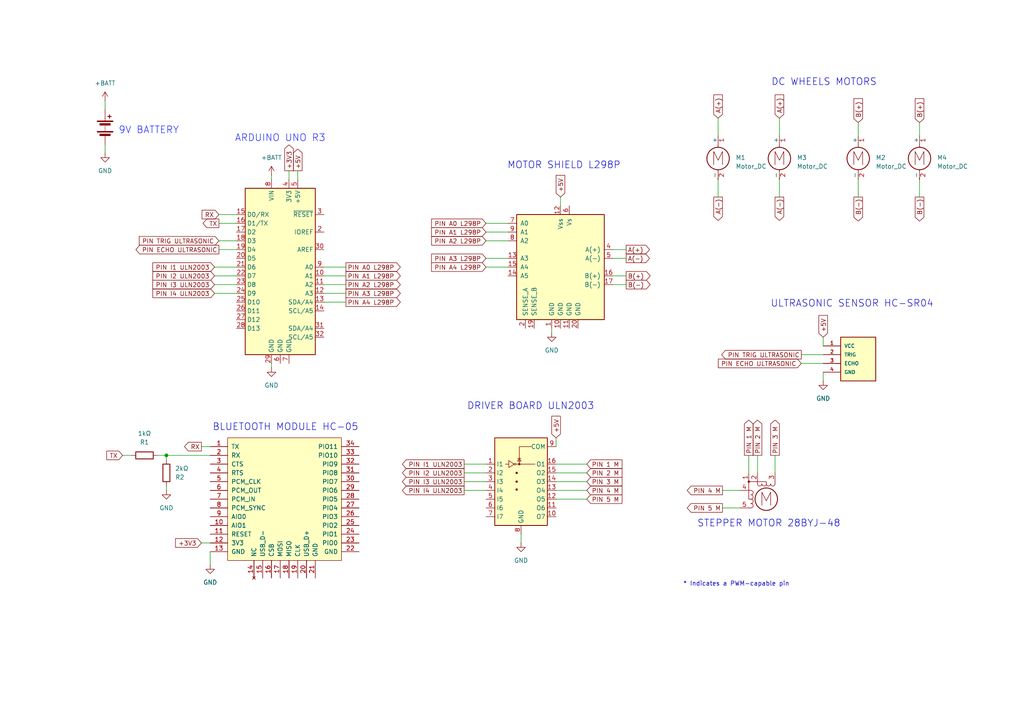
<source format=kicad_sch>
(kicad_sch
	(version 20250114)
	(generator "eeschema")
	(generator_version "9.0")
	(uuid "e63e39d7-6ac0-4ffd-8aa3-1841a4541b55")
	(paper "A4")
	(title_block
		(date "2025-03-18")
	)
	(lib_symbols
		(symbol "Device:Battery"
			(pin_numbers
				(hide yes)
			)
			(pin_names
				(offset 0)
				(hide yes)
			)
			(exclude_from_sim no)
			(in_bom yes)
			(on_board yes)
			(property "Reference" "BT"
				(at 2.54 2.54 0)
				(effects
					(font
						(size 1.27 1.27)
					)
					(justify left)
				)
			)
			(property "Value" "Battery"
				(at 2.54 0 0)
				(effects
					(font
						(size 1.27 1.27)
					)
					(justify left)
				)
			)
			(property "Footprint" ""
				(at 0 1.524 90)
				(effects
					(font
						(size 1.27 1.27)
					)
					(hide yes)
				)
			)
			(property "Datasheet" "~"
				(at 0 1.524 90)
				(effects
					(font
						(size 1.27 1.27)
					)
					(hide yes)
				)
			)
			(property "Description" "Multiple-cell battery"
				(at 0 0 0)
				(effects
					(font
						(size 1.27 1.27)
					)
					(hide yes)
				)
			)
			(property "ki_keywords" "batt voltage-source cell"
				(at 0 0 0)
				(effects
					(font
						(size 1.27 1.27)
					)
					(hide yes)
				)
			)
			(symbol "Battery_0_1"
				(rectangle
					(start -2.286 1.778)
					(end 2.286 1.524)
					(stroke
						(width 0)
						(type default)
					)
					(fill
						(type outline)
					)
				)
				(rectangle
					(start -2.286 -1.27)
					(end 2.286 -1.524)
					(stroke
						(width 0)
						(type default)
					)
					(fill
						(type outline)
					)
				)
				(rectangle
					(start -1.524 1.016)
					(end 1.524 0.508)
					(stroke
						(width 0)
						(type default)
					)
					(fill
						(type outline)
					)
				)
				(rectangle
					(start -1.524 -2.032)
					(end 1.524 -2.54)
					(stroke
						(width 0)
						(type default)
					)
					(fill
						(type outline)
					)
				)
				(polyline
					(pts
						(xy 0 1.778) (xy 0 2.54)
					)
					(stroke
						(width 0)
						(type default)
					)
					(fill
						(type none)
					)
				)
				(polyline
					(pts
						(xy 0 0) (xy 0 0.254)
					)
					(stroke
						(width 0)
						(type default)
					)
					(fill
						(type none)
					)
				)
				(polyline
					(pts
						(xy 0 -0.508) (xy 0 -0.254)
					)
					(stroke
						(width 0)
						(type default)
					)
					(fill
						(type none)
					)
				)
				(polyline
					(pts
						(xy 0 -1.016) (xy 0 -0.762)
					)
					(stroke
						(width 0)
						(type default)
					)
					(fill
						(type none)
					)
				)
				(polyline
					(pts
						(xy 0.762 3.048) (xy 1.778 3.048)
					)
					(stroke
						(width 0.254)
						(type default)
					)
					(fill
						(type none)
					)
				)
				(polyline
					(pts
						(xy 1.27 3.556) (xy 1.27 2.54)
					)
					(stroke
						(width 0.254)
						(type default)
					)
					(fill
						(type none)
					)
				)
			)
			(symbol "Battery_1_1"
				(pin passive line
					(at 0 5.08 270)
					(length 2.54)
					(name "+"
						(effects
							(font
								(size 1.27 1.27)
							)
						)
					)
					(number "1"
						(effects
							(font
								(size 1.27 1.27)
							)
						)
					)
				)
				(pin passive line
					(at 0 -5.08 90)
					(length 2.54)
					(name "-"
						(effects
							(font
								(size 1.27 1.27)
							)
						)
					)
					(number "2"
						(effects
							(font
								(size 1.27 1.27)
							)
						)
					)
				)
			)
			(embedded_fonts no)
		)
		(symbol "Device:R"
			(pin_numbers
				(hide yes)
			)
			(pin_names
				(offset 0)
			)
			(exclude_from_sim no)
			(in_bom yes)
			(on_board yes)
			(property "Reference" "R"
				(at 2.032 0 90)
				(effects
					(font
						(size 1.27 1.27)
					)
				)
			)
			(property "Value" "R"
				(at 0 0 90)
				(effects
					(font
						(size 1.27 1.27)
					)
				)
			)
			(property "Footprint" ""
				(at -1.778 0 90)
				(effects
					(font
						(size 1.27 1.27)
					)
					(hide yes)
				)
			)
			(property "Datasheet" "~"
				(at 0 0 0)
				(effects
					(font
						(size 1.27 1.27)
					)
					(hide yes)
				)
			)
			(property "Description" "Resistor"
				(at 0 0 0)
				(effects
					(font
						(size 1.27 1.27)
					)
					(hide yes)
				)
			)
			(property "ki_keywords" "R res resistor"
				(at 0 0 0)
				(effects
					(font
						(size 1.27 1.27)
					)
					(hide yes)
				)
			)
			(property "ki_fp_filters" "R_*"
				(at 0 0 0)
				(effects
					(font
						(size 1.27 1.27)
					)
					(hide yes)
				)
			)
			(symbol "R_0_1"
				(rectangle
					(start -1.016 -2.54)
					(end 1.016 2.54)
					(stroke
						(width 0.254)
						(type default)
					)
					(fill
						(type none)
					)
				)
			)
			(symbol "R_1_1"
				(pin passive line
					(at 0 3.81 270)
					(length 1.27)
					(name "~"
						(effects
							(font
								(size 1.27 1.27)
							)
						)
					)
					(number "1"
						(effects
							(font
								(size 1.27 1.27)
							)
						)
					)
				)
				(pin passive line
					(at 0 -3.81 90)
					(length 1.27)
					(name "~"
						(effects
							(font
								(size 1.27 1.27)
							)
						)
					)
					(number "2"
						(effects
							(font
								(size 1.27 1.27)
							)
						)
					)
				)
			)
			(embedded_fonts no)
		)
		(symbol "Driver_Motor:L298P"
			(pin_names
				(offset 1.016)
			)
			(exclude_from_sim no)
			(in_bom yes)
			(on_board yes)
			(property "Reference" "U3"
				(at 4.6833 20.32 0)
				(effects
					(font
						(size 1.27 1.27)
					)
					(justify left)
				)
			)
			(property "Value" "L298P"
				(at 4.6833 17.78 0)
				(effects
					(font
						(size 1.27 1.27)
					)
					(justify left)
				)
			)
			(property "Footprint" ""
				(at 3.81 6.35 0)
				(effects
					(font
						(size 1.27 1.27)
					)
					(hide yes)
				)
			)
			(property "Datasheet" "http://www.st.com/st-web-ui/static/active/en/resource/technical/document/datasheet/CD00000240.pdf"
				(at 3.81 6.35 0)
				(effects
					(font
						(size 1.27 1.27)
					)
					(hide yes)
				)
			)
			(property "Description" "Dual full bridge motor driver, up to 46V, 4A"
				(at 0 0 0)
				(effects
					(font
						(size 1.27 1.27)
					)
					(hide yes)
				)
			)
			(property "ki_keywords" "H-bridge motor driver"
				(at 0 0 0)
				(effects
					(font
						(size 1.27 1.27)
					)
					(hide yes)
				)
			)
			(symbol "L298P_0_1"
				(rectangle
					(start -12.7 15.24)
					(end 12.7 -15.24)
					(stroke
						(width 0.254)
						(type default)
					)
					(fill
						(type background)
					)
				)
			)
			(symbol "L298P_1_1"
				(pin input line
					(at -15.24 12.7 0)
					(length 2.54)
					(name "A0"
						(effects
							(font
								(size 1.27 1.27)
							)
						)
					)
					(number "7"
						(effects
							(font
								(size 1.27 1.27)
							)
						)
					)
				)
				(pin input line
					(at -15.24 10.16 0)
					(length 2.54)
					(name "A1"
						(effects
							(font
								(size 1.27 1.27)
							)
						)
					)
					(number "9"
						(effects
							(font
								(size 1.27 1.27)
							)
						)
					)
				)
				(pin input line
					(at -15.24 7.62 0)
					(length 2.54)
					(name "A2"
						(effects
							(font
								(size 1.27 1.27)
							)
						)
					)
					(number "8"
						(effects
							(font
								(size 1.27 1.27)
							)
						)
					)
				)
				(pin input line
					(at -15.24 2.54 0)
					(length 2.54)
					(name "A3"
						(effects
							(font
								(size 1.27 1.27)
							)
						)
					)
					(number "13"
						(effects
							(font
								(size 1.27 1.27)
							)
						)
					)
				)
				(pin input line
					(at -15.24 0 0)
					(length 2.54)
					(name "A4"
						(effects
							(font
								(size 1.27 1.27)
							)
						)
					)
					(number "15"
						(effects
							(font
								(size 1.27 1.27)
							)
						)
					)
				)
				(pin input line
					(at -15.24 -2.54 0)
					(length 2.54)
					(name "A5"
						(effects
							(font
								(size 1.27 1.27)
							)
						)
					)
					(number "14"
						(effects
							(font
								(size 1.27 1.27)
							)
						)
					)
				)
				(pin power_in line
					(at -10.16 -17.78 90)
					(length 2.54)
					(name "SENSE_A"
						(effects
							(font
								(size 1.27 1.27)
							)
						)
					)
					(number "2"
						(effects
							(font
								(size 1.27 1.27)
							)
						)
					)
				)
				(pin power_in line
					(at -7.62 -17.78 90)
					(length 2.54)
					(name "SENSE_B"
						(effects
							(font
								(size 1.27 1.27)
							)
						)
					)
					(number "19"
						(effects
							(font
								(size 1.27 1.27)
							)
						)
					)
				)
				(pin power_in line
					(at -2.54 -17.78 90)
					(length 2.54)
					(name "GND"
						(effects
							(font
								(size 1.27 1.27)
							)
						)
					)
					(number "1"
						(effects
							(font
								(size 1.27 1.27)
							)
						)
					)
				)
				(pin power_in line
					(at 0 17.78 270)
					(length 2.54)
					(name "Vss"
						(effects
							(font
								(size 1.27 1.27)
							)
						)
					)
					(number "12"
						(effects
							(font
								(size 1.27 1.27)
							)
						)
					)
				)
				(pin power_in line
					(at 0 -17.78 90)
					(length 2.54)
					(name "GND"
						(effects
							(font
								(size 1.27 1.27)
							)
						)
					)
					(number "10"
						(effects
							(font
								(size 1.27 1.27)
							)
						)
					)
				)
				(pin power_in line
					(at 2.54 17.78 270)
					(length 2.54)
					(name "Vs"
						(effects
							(font
								(size 1.27 1.27)
							)
						)
					)
					(number "6"
						(effects
							(font
								(size 1.27 1.27)
							)
						)
					)
				)
				(pin power_in line
					(at 2.54 -17.78 90)
					(length 2.54)
					(name "GND"
						(effects
							(font
								(size 1.27 1.27)
							)
						)
					)
					(number "11"
						(effects
							(font
								(size 1.27 1.27)
							)
						)
					)
				)
				(pin power_in line
					(at 5.08 -17.78 90)
					(length 2.54)
					(name "GND"
						(effects
							(font
								(size 1.27 1.27)
							)
						)
					)
					(number "20"
						(effects
							(font
								(size 1.27 1.27)
							)
						)
					)
				)
				(pin no_connect line
					(at 12.7 12.7 180)
					(length 2.54)
					(hide yes)
					(name "NC"
						(effects
							(font
								(size 1.27 1.27)
							)
						)
					)
					(number "3"
						(effects
							(font
								(size 1.27 1.27)
							)
						)
					)
				)
				(pin no_connect line
					(at 12.7 10.16 180)
					(length 2.54)
					(hide yes)
					(name "NC"
						(effects
							(font
								(size 1.27 1.27)
							)
						)
					)
					(number "18"
						(effects
							(font
								(size 1.27 1.27)
							)
						)
					)
				)
				(pin output line
					(at 15.24 5.08 180)
					(length 2.54)
					(name "A(+)"
						(effects
							(font
								(size 1.27 1.27)
							)
						)
					)
					(number "4"
						(effects
							(font
								(size 1.27 1.27)
							)
						)
					)
				)
				(pin output line
					(at 15.24 2.54 180)
					(length 2.54)
					(name "A(-)"
						(effects
							(font
								(size 1.27 1.27)
							)
						)
					)
					(number "5"
						(effects
							(font
								(size 1.27 1.27)
							)
						)
					)
				)
				(pin output line
					(at 15.24 -2.54 180)
					(length 2.54)
					(name "B(+)"
						(effects
							(font
								(size 1.27 1.27)
							)
						)
					)
					(number "16"
						(effects
							(font
								(size 1.27 1.27)
							)
						)
					)
				)
				(pin output line
					(at 15.24 -5.08 180)
					(length 2.54)
					(name "B(-)"
						(effects
							(font
								(size 1.27 1.27)
							)
						)
					)
					(number "17"
						(effects
							(font
								(size 1.27 1.27)
							)
						)
					)
				)
			)
			(embedded_fonts no)
		)
		(symbol "HC-SR04:HC-SR04"
			(pin_names
				(offset 1.016)
			)
			(exclude_from_sim no)
			(in_bom yes)
			(on_board yes)
			(property "Reference" "U"
				(at 0 5.0813 0)
				(effects
					(font
						(size 1.27 1.27)
					)
					(justify left bottom)
				)
			)
			(property "Value" "HC-SR04"
				(at 0 -10.163 0)
				(effects
					(font
						(size 1.27 1.27)
					)
					(justify left bottom)
				)
			)
			(property "Footprint" "HC-SR04:XCVR_HC-SR04"
				(at 0 0 0)
				(effects
					(font
						(size 1.27 1.27)
					)
					(justify bottom)
					(hide yes)
				)
			)
			(property "Datasheet" ""
				(at 0 0 0)
				(effects
					(font
						(size 1.27 1.27)
					)
					(hide yes)
				)
			)
			(property "Description" ""
				(at 0 0 0)
				(effects
					(font
						(size 1.27 1.27)
					)
					(hide yes)
				)
			)
			(property "MANUFACTURER" "Osepp"
				(at 0 0 0)
				(effects
					(font
						(size 1.27 1.27)
					)
					(justify bottom)
					(hide yes)
				)
			)
			(symbol "HC-SR04_0_0"
				(rectangle
					(start 0 -7.62)
					(end 10.16 5.08)
					(stroke
						(width 0.254)
						(type default)
					)
					(fill
						(type background)
					)
				)
				(pin power_in line
					(at -5.08 2.54 0)
					(length 5.08)
					(name "VCC"
						(effects
							(font
								(size 1.016 1.016)
							)
						)
					)
					(number "1"
						(effects
							(font
								(size 1.016 1.016)
							)
						)
					)
				)
				(pin bidirectional line
					(at -5.08 0 0)
					(length 5.08)
					(name "TRIG"
						(effects
							(font
								(size 1.016 1.016)
							)
						)
					)
					(number "2"
						(effects
							(font
								(size 1.016 1.016)
							)
						)
					)
				)
				(pin bidirectional line
					(at -5.08 -2.54 0)
					(length 5.08)
					(name "ECHO"
						(effects
							(font
								(size 1.016 1.016)
							)
						)
					)
					(number "3"
						(effects
							(font
								(size 1.016 1.016)
							)
						)
					)
				)
				(pin power_in line
					(at -5.08 -5.08 0)
					(length 5.08)
					(name "GND"
						(effects
							(font
								(size 1.016 1.016)
							)
						)
					)
					(number "4"
						(effects
							(font
								(size 1.016 1.016)
							)
						)
					)
				)
			)
			(embedded_fonts no)
		)
		(symbol "MCE_Modulos:HC-05"
			(pin_names
				(offset 1.016)
			)
			(exclude_from_sim no)
			(in_bom yes)
			(on_board yes)
			(property "Reference" "U"
				(at -15.24 19.05 0)
				(effects
					(font
						(size 1.524 1.524)
					)
				)
			)
			(property "Value" "HC-05"
				(at 13.97 -19.05 0)
				(effects
					(font
						(size 1.524 1.524)
					)
				)
			)
			(property "Footprint" ""
				(at -11.43 -5.08 0)
				(effects
					(font
						(size 1.524 1.524)
					)
					(hide yes)
				)
			)
			(property "Datasheet" ""
				(at -11.43 -5.08 0)
				(effects
					(font
						(size 1.524 1.524)
					)
					(hide yes)
				)
			)
			(property "Description" "Modulo bluetooth HC-05"
				(at 0 0 0)
				(effects
					(font
						(size 1.27 1.27)
					)
					(hide yes)
				)
			)
			(property "ki_keywords" "hc-05"
				(at 0 0 0)
				(effects
					(font
						(size 1.27 1.27)
					)
					(hide yes)
				)
			)
			(symbol "HC-05_0_1"
				(rectangle
					(start -16.51 17.78)
					(end 16.51 -17.78)
					(stroke
						(width 0)
						(type default)
					)
					(fill
						(type background)
					)
				)
			)
			(symbol "HC-05_1_1"
				(pin output line
					(at -21.59 15.24 0)
					(length 5.08)
					(name "TX"
						(effects
							(font
								(size 1.27 1.27)
							)
						)
					)
					(number "1"
						(effects
							(font
								(size 1.27 1.27)
							)
						)
					)
				)
				(pin input line
					(at -21.59 12.7 0)
					(length 5.08)
					(name "RX"
						(effects
							(font
								(size 1.27 1.27)
							)
						)
					)
					(number "2"
						(effects
							(font
								(size 1.27 1.27)
							)
						)
					)
				)
				(pin output line
					(at -21.59 10.16 0)
					(length 5.08)
					(name "CTS"
						(effects
							(font
								(size 1.27 1.27)
							)
						)
					)
					(number "3"
						(effects
							(font
								(size 1.27 1.27)
							)
						)
					)
				)
				(pin input line
					(at -21.59 7.62 0)
					(length 5.08)
					(name "RTS"
						(effects
							(font
								(size 1.27 1.27)
							)
						)
					)
					(number "4"
						(effects
							(font
								(size 1.27 1.27)
							)
						)
					)
				)
				(pin input line
					(at -21.59 5.08 0)
					(length 5.08)
					(name "PCM_CLK"
						(effects
							(font
								(size 1.27 1.27)
							)
						)
					)
					(number "5"
						(effects
							(font
								(size 1.27 1.27)
							)
						)
					)
				)
				(pin output line
					(at -21.59 2.54 0)
					(length 5.08)
					(name "PCM_OUT"
						(effects
							(font
								(size 1.27 1.27)
							)
						)
					)
					(number "6"
						(effects
							(font
								(size 1.27 1.27)
							)
						)
					)
				)
				(pin input line
					(at -21.59 0 0)
					(length 5.08)
					(name "PCM_IN"
						(effects
							(font
								(size 1.27 1.27)
							)
						)
					)
					(number "7"
						(effects
							(font
								(size 1.27 1.27)
							)
						)
					)
				)
				(pin bidirectional line
					(at -21.59 -2.54 0)
					(length 5.08)
					(name "PCM_SYNC"
						(effects
							(font
								(size 1.27 1.27)
							)
						)
					)
					(number "8"
						(effects
							(font
								(size 1.27 1.27)
							)
						)
					)
				)
				(pin bidirectional line
					(at -21.59 -5.08 0)
					(length 5.08)
					(name "AIO0"
						(effects
							(font
								(size 1.27 1.27)
							)
						)
					)
					(number "9"
						(effects
							(font
								(size 1.27 1.27)
							)
						)
					)
				)
				(pin bidirectional line
					(at -21.59 -7.62 0)
					(length 5.08)
					(name "AIO1"
						(effects
							(font
								(size 1.27 1.27)
							)
						)
					)
					(number "10"
						(effects
							(font
								(size 1.27 1.27)
							)
						)
					)
				)
				(pin input line
					(at -21.59 -10.16 0)
					(length 5.08)
					(name "RESET"
						(effects
							(font
								(size 1.27 1.27)
							)
						)
					)
					(number "11"
						(effects
							(font
								(size 1.27 1.27)
							)
						)
					)
				)
				(pin power_in line
					(at -21.59 -12.7 0)
					(length 5.08)
					(name "3V3"
						(effects
							(font
								(size 1.27 1.27)
							)
						)
					)
					(number "12"
						(effects
							(font
								(size 1.27 1.27)
							)
						)
					)
				)
				(pin power_in line
					(at -21.59 -15.24 0)
					(length 5.08)
					(name "GND"
						(effects
							(font
								(size 1.27 1.27)
							)
						)
					)
					(number "13"
						(effects
							(font
								(size 1.27 1.27)
							)
						)
					)
				)
				(pin no_connect line
					(at -8.89 -22.86 90)
					(length 5.08)
					(name "NC"
						(effects
							(font
								(size 1.27 1.27)
							)
						)
					)
					(number "14"
						(effects
							(font
								(size 1.27 1.27)
							)
						)
					)
				)
				(pin output line
					(at -6.35 -22.86 90)
					(length 5.08)
					(name "USB_D-"
						(effects
							(font
								(size 1.27 1.27)
							)
						)
					)
					(number "15"
						(effects
							(font
								(size 1.27 1.27)
							)
						)
					)
				)
				(pin input line
					(at -3.81 -22.86 90)
					(length 5.08)
					(name "CSB"
						(effects
							(font
								(size 1.27 1.27)
							)
						)
					)
					(number "16"
						(effects
							(font
								(size 1.27 1.27)
							)
						)
					)
				)
				(pin input line
					(at -1.27 -22.86 90)
					(length 5.08)
					(name "MOSI"
						(effects
							(font
								(size 1.27 1.27)
							)
						)
					)
					(number "17"
						(effects
							(font
								(size 1.27 1.27)
							)
						)
					)
				)
				(pin output line
					(at 1.27 -22.86 90)
					(length 5.08)
					(name "MISO"
						(effects
							(font
								(size 1.27 1.27)
							)
						)
					)
					(number "18"
						(effects
							(font
								(size 1.27 1.27)
							)
						)
					)
				)
				(pin input line
					(at 3.81 -22.86 90)
					(length 5.08)
					(name "CLK"
						(effects
							(font
								(size 1.27 1.27)
							)
						)
					)
					(number "19"
						(effects
							(font
								(size 1.27 1.27)
							)
						)
					)
				)
				(pin input line
					(at 6.35 -22.86 90)
					(length 5.08)
					(name "USB_D+"
						(effects
							(font
								(size 1.27 1.27)
							)
						)
					)
					(number "20"
						(effects
							(font
								(size 1.27 1.27)
							)
						)
					)
				)
				(pin power_in line
					(at 8.89 -22.86 90)
					(length 5.08)
					(name "GND"
						(effects
							(font
								(size 1.27 1.27)
							)
						)
					)
					(number "21"
						(effects
							(font
								(size 1.27 1.27)
							)
						)
					)
				)
				(pin bidirectional line
					(at 21.59 15.24 180)
					(length 5.08)
					(name "PIO11"
						(effects
							(font
								(size 1.27 1.27)
							)
						)
					)
					(number "34"
						(effects
							(font
								(size 1.27 1.27)
							)
						)
					)
				)
				(pin bidirectional line
					(at 21.59 12.7 180)
					(length 5.08)
					(name "PIO10"
						(effects
							(font
								(size 1.27 1.27)
							)
						)
					)
					(number "33"
						(effects
							(font
								(size 1.27 1.27)
							)
						)
					)
				)
				(pin bidirectional line
					(at 21.59 10.16 180)
					(length 5.08)
					(name "PIO9"
						(effects
							(font
								(size 1.27 1.27)
							)
						)
					)
					(number "32"
						(effects
							(font
								(size 1.27 1.27)
							)
						)
					)
				)
				(pin bidirectional line
					(at 21.59 7.62 180)
					(length 5.08)
					(name "PIO8"
						(effects
							(font
								(size 1.27 1.27)
							)
						)
					)
					(number "31"
						(effects
							(font
								(size 1.27 1.27)
							)
						)
					)
				)
				(pin bidirectional line
					(at 21.59 5.08 180)
					(length 5.08)
					(name "PIO7"
						(effects
							(font
								(size 1.27 1.27)
							)
						)
					)
					(number "30"
						(effects
							(font
								(size 1.27 1.27)
							)
						)
					)
				)
				(pin bidirectional line
					(at 21.59 2.54 180)
					(length 5.08)
					(name "PIO6"
						(effects
							(font
								(size 1.27 1.27)
							)
						)
					)
					(number "29"
						(effects
							(font
								(size 1.27 1.27)
							)
						)
					)
				)
				(pin bidirectional line
					(at 21.59 0 180)
					(length 5.08)
					(name "PIO5"
						(effects
							(font
								(size 1.27 1.27)
							)
						)
					)
					(number "28"
						(effects
							(font
								(size 1.27 1.27)
							)
						)
					)
				)
				(pin bidirectional line
					(at 21.59 -2.54 180)
					(length 5.08)
					(name "PIO4"
						(effects
							(font
								(size 1.27 1.27)
							)
						)
					)
					(number "27"
						(effects
							(font
								(size 1.27 1.27)
							)
						)
					)
				)
				(pin bidirectional line
					(at 21.59 -5.08 180)
					(length 5.08)
					(name "PIO3"
						(effects
							(font
								(size 1.27 1.27)
							)
						)
					)
					(number "26"
						(effects
							(font
								(size 1.27 1.27)
							)
						)
					)
				)
				(pin bidirectional line
					(at 21.59 -7.62 180)
					(length 5.08)
					(name "PIO2"
						(effects
							(font
								(size 1.27 1.27)
							)
						)
					)
					(number "25"
						(effects
							(font
								(size 1.27 1.27)
							)
						)
					)
				)
				(pin bidirectional line
					(at 21.59 -10.16 180)
					(length 5.08)
					(name "PIO1"
						(effects
							(font
								(size 1.27 1.27)
							)
						)
					)
					(number "24"
						(effects
							(font
								(size 1.27 1.27)
							)
						)
					)
				)
				(pin bidirectional line
					(at 21.59 -12.7 180)
					(length 5.08)
					(name "PIO0"
						(effects
							(font
								(size 1.27 1.27)
							)
						)
					)
					(number "23"
						(effects
							(font
								(size 1.27 1.27)
							)
						)
					)
				)
				(pin power_in line
					(at 21.59 -15.24 180)
					(length 5.08)
					(name "GND"
						(effects
							(font
								(size 1.27 1.27)
							)
						)
					)
					(number "22"
						(effects
							(font
								(size 1.27 1.27)
							)
						)
					)
				)
			)
			(embedded_fonts no)
		)
		(symbol "MCU_Module:Arduino_UNO_R3"
			(exclude_from_sim no)
			(in_bom yes)
			(on_board yes)
			(property "Reference" "A"
				(at -10.16 23.495 0)
				(effects
					(font
						(size 1.27 1.27)
					)
					(justify left bottom)
				)
			)
			(property "Value" "Arduino_UNO_R3"
				(at 5.08 -26.67 0)
				(effects
					(font
						(size 1.27 1.27)
					)
					(justify left top)
				)
			)
			(property "Footprint" "Module:Arduino_UNO_R3"
				(at 0 0 0)
				(effects
					(font
						(size 1.27 1.27)
						(italic yes)
					)
					(hide yes)
				)
			)
			(property "Datasheet" "https://www.arduino.cc/en/Main/arduinoBoardUno"
				(at 0 0 0)
				(effects
					(font
						(size 1.27 1.27)
					)
					(hide yes)
				)
			)
			(property "Description" "Arduino UNO Microcontroller Module, release 3"
				(at 0 0 0)
				(effects
					(font
						(size 1.27 1.27)
					)
					(hide yes)
				)
			)
			(property "ki_keywords" "Arduino UNO R3 Microcontroller Module Atmel AVR USB"
				(at 0 0 0)
				(effects
					(font
						(size 1.27 1.27)
					)
					(hide yes)
				)
			)
			(property "ki_fp_filters" "Arduino*UNO*R3*"
				(at 0 0 0)
				(effects
					(font
						(size 1.27 1.27)
					)
					(hide yes)
				)
			)
			(symbol "Arduino_UNO_R3_0_1"
				(rectangle
					(start -10.16 22.86)
					(end 10.16 -25.4)
					(stroke
						(width 0.254)
						(type default)
					)
					(fill
						(type background)
					)
				)
			)
			(symbol "Arduino_UNO_R3_1_1"
				(pin bidirectional line
					(at -12.7 15.24 0)
					(length 2.54)
					(name "D0/RX"
						(effects
							(font
								(size 1.27 1.27)
							)
						)
					)
					(number "15"
						(effects
							(font
								(size 1.27 1.27)
							)
						)
					)
				)
				(pin bidirectional line
					(at -12.7 12.7 0)
					(length 2.54)
					(name "D1/TX"
						(effects
							(font
								(size 1.27 1.27)
							)
						)
					)
					(number "16"
						(effects
							(font
								(size 1.27 1.27)
							)
						)
					)
				)
				(pin bidirectional line
					(at -12.7 10.16 0)
					(length 2.54)
					(name "D2"
						(effects
							(font
								(size 1.27 1.27)
							)
						)
					)
					(number "17"
						(effects
							(font
								(size 1.27 1.27)
							)
						)
					)
				)
				(pin bidirectional line
					(at -12.7 7.62 0)
					(length 2.54)
					(name "D3"
						(effects
							(font
								(size 1.27 1.27)
							)
						)
					)
					(number "18"
						(effects
							(font
								(size 1.27 1.27)
							)
						)
					)
				)
				(pin bidirectional line
					(at -12.7 5.08 0)
					(length 2.54)
					(name "D4"
						(effects
							(font
								(size 1.27 1.27)
							)
						)
					)
					(number "19"
						(effects
							(font
								(size 1.27 1.27)
							)
						)
					)
				)
				(pin bidirectional line
					(at -12.7 2.54 0)
					(length 2.54)
					(name "D5"
						(effects
							(font
								(size 1.27 1.27)
							)
						)
					)
					(number "20"
						(effects
							(font
								(size 1.27 1.27)
							)
						)
					)
				)
				(pin bidirectional line
					(at -12.7 0 0)
					(length 2.54)
					(name "D6"
						(effects
							(font
								(size 1.27 1.27)
							)
						)
					)
					(number "21"
						(effects
							(font
								(size 1.27 1.27)
							)
						)
					)
				)
				(pin bidirectional line
					(at -12.7 -2.54 0)
					(length 2.54)
					(name "D7"
						(effects
							(font
								(size 1.27 1.27)
							)
						)
					)
					(number "22"
						(effects
							(font
								(size 1.27 1.27)
							)
						)
					)
				)
				(pin bidirectional line
					(at -12.7 -5.08 0)
					(length 2.54)
					(name "D8"
						(effects
							(font
								(size 1.27 1.27)
							)
						)
					)
					(number "23"
						(effects
							(font
								(size 1.27 1.27)
							)
						)
					)
				)
				(pin bidirectional line
					(at -12.7 -7.62 0)
					(length 2.54)
					(name "D9"
						(effects
							(font
								(size 1.27 1.27)
							)
						)
					)
					(number "24"
						(effects
							(font
								(size 1.27 1.27)
							)
						)
					)
				)
				(pin bidirectional line
					(at -12.7 -10.16 0)
					(length 2.54)
					(name "D10"
						(effects
							(font
								(size 1.27 1.27)
							)
						)
					)
					(number "25"
						(effects
							(font
								(size 1.27 1.27)
							)
						)
					)
				)
				(pin bidirectional line
					(at -12.7 -12.7 0)
					(length 2.54)
					(name "D11"
						(effects
							(font
								(size 1.27 1.27)
							)
						)
					)
					(number "26"
						(effects
							(font
								(size 1.27 1.27)
							)
						)
					)
				)
				(pin bidirectional line
					(at -12.7 -15.24 0)
					(length 2.54)
					(name "D12"
						(effects
							(font
								(size 1.27 1.27)
							)
						)
					)
					(number "27"
						(effects
							(font
								(size 1.27 1.27)
							)
						)
					)
				)
				(pin bidirectional line
					(at -12.7 -17.78 0)
					(length 2.54)
					(name "D13"
						(effects
							(font
								(size 1.27 1.27)
							)
						)
					)
					(number "28"
						(effects
							(font
								(size 1.27 1.27)
							)
						)
					)
				)
				(pin no_connect line
					(at -10.16 -20.32 0)
					(length 2.54)
					(hide yes)
					(name "NC"
						(effects
							(font
								(size 1.27 1.27)
							)
						)
					)
					(number "1"
						(effects
							(font
								(size 1.27 1.27)
							)
						)
					)
				)
				(pin power_in line
					(at -2.54 25.4 270)
					(length 2.54)
					(name "VIN"
						(effects
							(font
								(size 1.27 1.27)
							)
						)
					)
					(number "8"
						(effects
							(font
								(size 1.27 1.27)
							)
						)
					)
				)
				(pin power_in line
					(at -2.54 -27.94 90)
					(length 2.54)
					(name "GND"
						(effects
							(font
								(size 1.27 1.27)
							)
						)
					)
					(number "29"
						(effects
							(font
								(size 1.27 1.27)
							)
						)
					)
				)
				(pin power_in line
					(at 0 -27.94 90)
					(length 2.54)
					(name "GND"
						(effects
							(font
								(size 1.27 1.27)
							)
						)
					)
					(number "6"
						(effects
							(font
								(size 1.27 1.27)
							)
						)
					)
				)
				(pin power_out line
					(at 2.54 25.4 270)
					(length 2.54)
					(name "3V3"
						(effects
							(font
								(size 1.27 1.27)
							)
						)
					)
					(number "4"
						(effects
							(font
								(size 1.27 1.27)
							)
						)
					)
				)
				(pin power_in line
					(at 2.54 -27.94 90)
					(length 2.54)
					(name "GND"
						(effects
							(font
								(size 1.27 1.27)
							)
						)
					)
					(number "7"
						(effects
							(font
								(size 1.27 1.27)
							)
						)
					)
				)
				(pin power_out line
					(at 5.08 25.4 270)
					(length 2.54)
					(name "+5V"
						(effects
							(font
								(size 1.27 1.27)
							)
						)
					)
					(number "5"
						(effects
							(font
								(size 1.27 1.27)
							)
						)
					)
				)
				(pin input line
					(at 12.7 15.24 180)
					(length 2.54)
					(name "~{RESET}"
						(effects
							(font
								(size 1.27 1.27)
							)
						)
					)
					(number "3"
						(effects
							(font
								(size 1.27 1.27)
							)
						)
					)
				)
				(pin output line
					(at 12.7 10.16 180)
					(length 2.54)
					(name "IOREF"
						(effects
							(font
								(size 1.27 1.27)
							)
						)
					)
					(number "2"
						(effects
							(font
								(size 1.27 1.27)
							)
						)
					)
				)
				(pin input line
					(at 12.7 5.08 180)
					(length 2.54)
					(name "AREF"
						(effects
							(font
								(size 1.27 1.27)
							)
						)
					)
					(number "30"
						(effects
							(font
								(size 1.27 1.27)
							)
						)
					)
				)
				(pin bidirectional line
					(at 12.7 0 180)
					(length 2.54)
					(name "A0"
						(effects
							(font
								(size 1.27 1.27)
							)
						)
					)
					(number "9"
						(effects
							(font
								(size 1.27 1.27)
							)
						)
					)
				)
				(pin bidirectional line
					(at 12.7 -2.54 180)
					(length 2.54)
					(name "A1"
						(effects
							(font
								(size 1.27 1.27)
							)
						)
					)
					(number "10"
						(effects
							(font
								(size 1.27 1.27)
							)
						)
					)
				)
				(pin bidirectional line
					(at 12.7 -5.08 180)
					(length 2.54)
					(name "A2"
						(effects
							(font
								(size 1.27 1.27)
							)
						)
					)
					(number "11"
						(effects
							(font
								(size 1.27 1.27)
							)
						)
					)
				)
				(pin bidirectional line
					(at 12.7 -7.62 180)
					(length 2.54)
					(name "A3"
						(effects
							(font
								(size 1.27 1.27)
							)
						)
					)
					(number "12"
						(effects
							(font
								(size 1.27 1.27)
							)
						)
					)
				)
				(pin bidirectional line
					(at 12.7 -10.16 180)
					(length 2.54)
					(name "SDA/A4"
						(effects
							(font
								(size 1.27 1.27)
							)
						)
					)
					(number "13"
						(effects
							(font
								(size 1.27 1.27)
							)
						)
					)
				)
				(pin bidirectional line
					(at 12.7 -12.7 180)
					(length 2.54)
					(name "SCL/A5"
						(effects
							(font
								(size 1.27 1.27)
							)
						)
					)
					(number "14"
						(effects
							(font
								(size 1.27 1.27)
							)
						)
					)
				)
				(pin bidirectional line
					(at 12.7 -17.78 180)
					(length 2.54)
					(name "SDA/A4"
						(effects
							(font
								(size 1.27 1.27)
							)
						)
					)
					(number "31"
						(effects
							(font
								(size 1.27 1.27)
							)
						)
					)
				)
				(pin bidirectional line
					(at 12.7 -20.32 180)
					(length 2.54)
					(name "SCL/A5"
						(effects
							(font
								(size 1.27 1.27)
							)
						)
					)
					(number "32"
						(effects
							(font
								(size 1.27 1.27)
							)
						)
					)
				)
			)
			(embedded_fonts no)
		)
		(symbol "Motor:Motor_DC"
			(pin_names
				(offset 0)
			)
			(exclude_from_sim no)
			(in_bom yes)
			(on_board yes)
			(property "Reference" "M"
				(at 2.54 2.54 0)
				(effects
					(font
						(size 1.27 1.27)
					)
					(justify left)
				)
			)
			(property "Value" "Motor_DC"
				(at 2.54 -5.08 0)
				(effects
					(font
						(size 1.27 1.27)
					)
					(justify left top)
				)
			)
			(property "Footprint" ""
				(at 0 -2.286 0)
				(effects
					(font
						(size 1.27 1.27)
					)
					(hide yes)
				)
			)
			(property "Datasheet" "~"
				(at 0 -2.286 0)
				(effects
					(font
						(size 1.27 1.27)
					)
					(hide yes)
				)
			)
			(property "Description" "DC Motor"
				(at 0 0 0)
				(effects
					(font
						(size 1.27 1.27)
					)
					(hide yes)
				)
			)
			(property "ki_keywords" "DC Motor"
				(at 0 0 0)
				(effects
					(font
						(size 1.27 1.27)
					)
					(hide yes)
				)
			)
			(property "ki_fp_filters" "PinHeader*P2.54mm* TerminalBlock*"
				(at 0 0 0)
				(effects
					(font
						(size 1.27 1.27)
					)
					(hide yes)
				)
			)
			(symbol "Motor_DC_0_0"
				(polyline
					(pts
						(xy -1.27 -3.302) (xy -1.27 0.508) (xy 0 -2.032) (xy 1.27 0.508) (xy 1.27 -3.302)
					)
					(stroke
						(width 0)
						(type default)
					)
					(fill
						(type none)
					)
				)
			)
			(symbol "Motor_DC_0_1"
				(polyline
					(pts
						(xy 0 2.032) (xy 0 2.54)
					)
					(stroke
						(width 0)
						(type default)
					)
					(fill
						(type none)
					)
				)
				(polyline
					(pts
						(xy 0 1.7272) (xy 0 2.0828)
					)
					(stroke
						(width 0)
						(type default)
					)
					(fill
						(type none)
					)
				)
				(circle
					(center 0 -1.524)
					(radius 3.2512)
					(stroke
						(width 0.254)
						(type default)
					)
					(fill
						(type none)
					)
				)
				(polyline
					(pts
						(xy 0 -4.7752) (xy 0 -5.1816)
					)
					(stroke
						(width 0)
						(type default)
					)
					(fill
						(type none)
					)
				)
				(polyline
					(pts
						(xy 0 -7.62) (xy 0 -7.112)
					)
					(stroke
						(width 0)
						(type default)
					)
					(fill
						(type none)
					)
				)
			)
			(symbol "Motor_DC_1_1"
				(pin passive line
					(at 0 5.08 270)
					(length 2.54)
					(name "+"
						(effects
							(font
								(size 1.27 1.27)
							)
						)
					)
					(number "1"
						(effects
							(font
								(size 1.27 1.27)
							)
						)
					)
				)
				(pin passive line
					(at 0 -7.62 90)
					(length 2.54)
					(name "-"
						(effects
							(font
								(size 1.27 1.27)
							)
						)
					)
					(number "2"
						(effects
							(font
								(size 1.27 1.27)
							)
						)
					)
				)
			)
			(embedded_fonts no)
		)
		(symbol "Motor:Stepper_Motor_unipolar_5pin"
			(pin_names
				(offset 0)
				(hide yes)
			)
			(exclude_from_sim no)
			(in_bom yes)
			(on_board yes)
			(property "Reference" "M"
				(at 3.81 2.54 0)
				(effects
					(font
						(size 1.27 1.27)
					)
					(justify left)
				)
			)
			(property "Value" "Stepper_Motor_unipolar_5pin"
				(at 3.81 1.27 0)
				(effects
					(font
						(size 1.27 1.27)
					)
					(justify left top)
				)
			)
			(property "Footprint" ""
				(at 0.254 -0.254 0)
				(effects
					(font
						(size 1.27 1.27)
					)
					(hide yes)
				)
			)
			(property "Datasheet" "http://www.infineon.com/dgdl/Application-Note-TLE8110EE_driving_UniPolarStepperMotor_V1.1.pdf?fileId=db3a30431be39b97011be5d0aa0a00b0"
				(at 0.254 -0.254 0)
				(effects
					(font
						(size 1.27 1.27)
					)
					(hide yes)
				)
			)
			(property "Description" "5-wire unipolar stepper motor"
				(at 0 0 0)
				(effects
					(font
						(size 1.27 1.27)
					)
					(hide yes)
				)
			)
			(property "ki_keywords" "unipolar stepper motor"
				(at 0 0 0)
				(effects
					(font
						(size 1.27 1.27)
					)
					(hide yes)
				)
			)
			(property "ki_fp_filters" "PinHeader*P2.54mm* TerminalBlock*"
				(at 0 0 0)
				(effects
					(font
						(size 1.27 1.27)
					)
					(hide yes)
				)
			)
			(symbol "Stepper_Motor_unipolar_5pin_0_0"
				(polyline
					(pts
						(xy -1.27 -1.778) (xy -1.27 2.032) (xy 0 -0.508) (xy 1.27 2.032) (xy 1.27 -1.778)
					)
					(stroke
						(width 0)
						(type default)
					)
					(fill
						(type none)
					)
				)
			)
			(symbol "Stepper_Motor_unipolar_5pin_0_1"
				(circle
					(center -5.08 5.08)
					(radius 0.0001)
					(stroke
						(width 0)
						(type default)
					)
					(fill
						(type outline)
					)
				)
				(circle
					(center -5.08 5.08)
					(radius 0.254)
					(stroke
						(width 0)
						(type default)
					)
					(fill
						(type outline)
					)
				)
				(polyline
					(pts
						(xy -5.08 5.08) (xy -5.08 0) (xy -4.445 0)
					)
					(stroke
						(width 0)
						(type default)
					)
					(fill
						(type none)
					)
				)
				(polyline
					(pts
						(xy -5.08 2.54) (xy -4.445 2.54)
					)
					(stroke
						(width 0)
						(type default)
					)
					(fill
						(type none)
					)
				)
				(polyline
					(pts
						(xy -5.08 -2.54) (xy -4.445 -2.54)
					)
					(stroke
						(width 0)
						(type default)
					)
					(fill
						(type none)
					)
				)
				(arc
					(start -4.445 2.54)
					(mid -3.8127 1.905)
					(end -4.445 1.27)
					(stroke
						(width 0)
						(type default)
					)
					(fill
						(type none)
					)
				)
				(arc
					(start -4.445 1.27)
					(mid -3.8127 0.635)
					(end -4.445 0)
					(stroke
						(width 0)
						(type default)
					)
					(fill
						(type none)
					)
				)
				(arc
					(start -4.445 0)
					(mid -3.8127 -0.635)
					(end -4.445 -1.27)
					(stroke
						(width 0)
						(type default)
					)
					(fill
						(type none)
					)
				)
				(arc
					(start -4.445 -1.27)
					(mid -3.8127 -1.905)
					(end -4.445 -2.54)
					(stroke
						(width 0)
						(type default)
					)
					(fill
						(type none)
					)
				)
				(polyline
					(pts
						(xy -2.54 4.445) (xy -2.54 5.08)
					)
					(stroke
						(width 0)
						(type default)
					)
					(fill
						(type none)
					)
				)
				(arc
					(start -1.27 4.445)
					(mid -1.905 3.8127)
					(end -2.54 4.445)
					(stroke
						(width 0)
						(type default)
					)
					(fill
						(type none)
					)
				)
				(arc
					(start 0 4.445)
					(mid -0.635 3.8127)
					(end -1.27 4.445)
					(stroke
						(width 0)
						(type default)
					)
					(fill
						(type none)
					)
				)
				(polyline
					(pts
						(xy 0 4.445) (xy 0 5.08) (xy -5.08 5.08)
					)
					(stroke
						(width 0)
						(type default)
					)
					(fill
						(type none)
					)
				)
				(circle
					(center 0 0)
					(radius 3.2512)
					(stroke
						(width 0.254)
						(type default)
					)
					(fill
						(type none)
					)
				)
				(arc
					(start 1.27 4.445)
					(mid 0.635 3.8127)
					(end 0 4.445)
					(stroke
						(width 0)
						(type default)
					)
					(fill
						(type none)
					)
				)
				(arc
					(start 2.54 4.445)
					(mid 1.905 3.8127)
					(end 1.27 4.445)
					(stroke
						(width 0)
						(type default)
					)
					(fill
						(type none)
					)
				)
				(polyline
					(pts
						(xy 2.54 4.445) (xy 2.54 5.08)
					)
					(stroke
						(width 0)
						(type default)
					)
					(fill
						(type none)
					)
				)
			)
			(symbol "Stepper_Motor_unipolar_5pin_1_1"
				(pin passive line
					(at -7.62 2.54 0)
					(length 2.54)
					(name "~"
						(effects
							(font
								(size 1.27 1.27)
							)
						)
					)
					(number "4"
						(effects
							(font
								(size 1.27 1.27)
							)
						)
					)
				)
				(pin passive line
					(at -7.62 -2.54 0)
					(length 2.54)
					(name "~"
						(effects
							(font
								(size 1.27 1.27)
							)
						)
					)
					(number "5"
						(effects
							(font
								(size 1.27 1.27)
							)
						)
					)
				)
				(pin passive line
					(at -5.08 7.62 270)
					(length 2.54)
					(name "~"
						(effects
							(font
								(size 1.27 1.27)
							)
						)
					)
					(number "1"
						(effects
							(font
								(size 1.27 1.27)
							)
						)
					)
				)
				(pin passive line
					(at -2.54 7.62 270)
					(length 2.54)
					(name "~"
						(effects
							(font
								(size 1.27 1.27)
							)
						)
					)
					(number "2"
						(effects
							(font
								(size 1.27 1.27)
							)
						)
					)
				)
				(pin passive line
					(at 2.54 7.62 270)
					(length 2.54)
					(name "-"
						(effects
							(font
								(size 1.27 1.27)
							)
						)
					)
					(number "3"
						(effects
							(font
								(size 1.27 1.27)
							)
						)
					)
				)
			)
			(embedded_fonts no)
		)
		(symbol "R_1"
			(pin_numbers
				(hide yes)
			)
			(pin_names
				(offset 0)
			)
			(exclude_from_sim no)
			(in_bom yes)
			(on_board yes)
			(property "Reference" "2kΩ"
				(at 2.54 1.2701 0)
				(effects
					(font
						(size 1.27 1.27)
					)
					(justify left)
				)
			)
			(property "Value" "R"
				(at 2.54 -1.2699 0)
				(effects
					(font
						(size 1.27 1.27)
					)
					(justify left)
				)
			)
			(property "Footprint" ""
				(at -1.778 0 90)
				(effects
					(font
						(size 1.27 1.27)
					)
					(hide yes)
				)
			)
			(property "Datasheet" "~"
				(at 0 0 0)
				(effects
					(font
						(size 1.27 1.27)
					)
					(hide yes)
				)
			)
			(property "Description" "Resistor"
				(at 0 0 0)
				(effects
					(font
						(size 1.27 1.27)
					)
					(hide yes)
				)
			)
			(property "ki_keywords" "R res resistor"
				(at 0 0 0)
				(effects
					(font
						(size 1.27 1.27)
					)
					(hide yes)
				)
			)
			(property "ki_fp_filters" "R_*"
				(at 0 0 0)
				(effects
					(font
						(size 1.27 1.27)
					)
					(hide yes)
				)
			)
			(symbol "R_1_0_1"
				(rectangle
					(start -1.016 -2.54)
					(end 1.016 2.54)
					(stroke
						(width 0.254)
						(type default)
					)
					(fill
						(type none)
					)
				)
			)
			(symbol "R_1_1_1"
				(pin passive line
					(at 0 3.81 270)
					(length 1.27)
					(name "~"
						(effects
							(font
								(size 1.27 1.27)
							)
						)
					)
					(number "1"
						(effects
							(font
								(size 1.27 1.27)
							)
						)
					)
				)
				(pin passive line
					(at 0 -3.81 90)
					(length 1.27)
					(name "~"
						(effects
							(font
								(size 1.27 1.27)
							)
						)
					)
					(number "2"
						(effects
							(font
								(size 1.27 1.27)
							)
						)
					)
				)
			)
			(embedded_fonts no)
		)
		(symbol "StepperDriver-cache:ULN2003A"
			(exclude_from_sim no)
			(in_bom yes)
			(on_board yes)
			(property "Reference" "U"
				(at 0 15.875 0)
				(effects
					(font
						(size 1.27 1.27)
					)
				)
			)
			(property "Value" "ULN2003A"
				(at 0 13.97 0)
				(effects
					(font
						(size 1.27 1.27)
					)
				)
			)
			(property "Footprint" ""
				(at 1.27 -13.97 0)
				(effects
					(font
						(size 1.27 1.27)
					)
					(justify left)
					(hide yes)
				)
			)
			(property "Datasheet" ""
				(at 2.54 -5.08 0)
				(effects
					(font
						(size 1.27 1.27)
					)
					(hide yes)
				)
			)
			(property "Description" ""
				(at 0 0 0)
				(effects
					(font
						(size 1.27 1.27)
					)
					(hide yes)
				)
			)
			(property "ki_fp_filters" "DIP*W7.62mm* SOIC*3.9x9.9mm*P1.27mm* SSOP*4.4x5.2mm*P0.65mm* TSSOP*4.4x5mm*P0.65mm* SOIC*W*5.3x10.2mm*P1.27mm*"
				(at 0 0 0)
				(effects
					(font
						(size 1.27 1.27)
					)
					(hide yes)
				)
			)
			(symbol "ULN2003A_0_1"
				(rectangle
					(start -7.62 -12.7)
					(end 7.62 12.7)
					(stroke
						(width 0.254)
						(type solid)
					)
					(fill
						(type background)
					)
				)
				(polyline
					(pts
						(xy -4.572 5.08) (xy -3.556 5.08)
					)
					(stroke
						(width 0)
						(type solid)
					)
					(fill
						(type none)
					)
				)
				(polyline
					(pts
						(xy -3.556 6.096) (xy -3.556 4.064) (xy -2.032 5.08) (xy -3.556 6.096)
					)
					(stroke
						(width 0)
						(type solid)
					)
					(fill
						(type none)
					)
				)
				(circle
					(center -1.778 5.08)
					(radius 0.254)
					(stroke
						(width 0)
						(type solid)
					)
					(fill
						(type none)
					)
				)
				(polyline
					(pts
						(xy -1.524 5.08) (xy 4.064 5.08)
					)
					(stroke
						(width 0)
						(type solid)
					)
					(fill
						(type none)
					)
				)
				(circle
					(center -1.27 2.54)
					(radius 0.254)
					(stroke
						(width 0)
						(type solid)
					)
					(fill
						(type outline)
					)
				)
				(circle
					(center -1.27 0)
					(radius 0.254)
					(stroke
						(width 0)
						(type solid)
					)
					(fill
						(type outline)
					)
				)
				(circle
					(center -1.27 -2.286)
					(radius 0.254)
					(stroke
						(width 0)
						(type solid)
					)
					(fill
						(type outline)
					)
				)
				(circle
					(center -0.508 5.08)
					(radius 0.254)
					(stroke
						(width 0)
						(type solid)
					)
					(fill
						(type outline)
					)
				)
				(polyline
					(pts
						(xy -0.508 5.08) (xy -0.508 10.16) (xy 2.921 10.16)
					)
					(stroke
						(width 0)
						(type solid)
					)
					(fill
						(type none)
					)
				)
				(polyline
					(pts
						(xy 0 6.731) (xy -1.016 6.731)
					)
					(stroke
						(width 0)
						(type solid)
					)
					(fill
						(type none)
					)
				)
				(polyline
					(pts
						(xy 0 5.969) (xy -1.016 5.969) (xy -0.508 6.731) (xy 0 5.969)
					)
					(stroke
						(width 0)
						(type solid)
					)
					(fill
						(type none)
					)
				)
			)
			(symbol "ULN2003A_1_1"
				(pin input line
					(at -10.16 5.08 0)
					(length 2.54)
					(name "I1"
						(effects
							(font
								(size 1.27 1.27)
							)
						)
					)
					(number "1"
						(effects
							(font
								(size 1.27 1.27)
							)
						)
					)
				)
				(pin input line
					(at -10.16 2.54 0)
					(length 2.54)
					(name "I2"
						(effects
							(font
								(size 1.27 1.27)
							)
						)
					)
					(number "2"
						(effects
							(font
								(size 1.27 1.27)
							)
						)
					)
				)
				(pin input line
					(at -10.16 0 0)
					(length 2.54)
					(name "I3"
						(effects
							(font
								(size 1.27 1.27)
							)
						)
					)
					(number "3"
						(effects
							(font
								(size 1.27 1.27)
							)
						)
					)
				)
				(pin input line
					(at -10.16 -2.54 0)
					(length 2.54)
					(name "I4"
						(effects
							(font
								(size 1.27 1.27)
							)
						)
					)
					(number "4"
						(effects
							(font
								(size 1.27 1.27)
							)
						)
					)
				)
				(pin input line
					(at -10.16 -5.08 0)
					(length 2.54)
					(name "I5"
						(effects
							(font
								(size 1.27 1.27)
							)
						)
					)
					(number "5"
						(effects
							(font
								(size 1.27 1.27)
							)
						)
					)
				)
				(pin input line
					(at -10.16 -7.62 0)
					(length 2.54)
					(name "I6"
						(effects
							(font
								(size 1.27 1.27)
							)
						)
					)
					(number "6"
						(effects
							(font
								(size 1.27 1.27)
							)
						)
					)
				)
				(pin input line
					(at -10.16 -10.16 0)
					(length 2.54)
					(name "I7"
						(effects
							(font
								(size 1.27 1.27)
							)
						)
					)
					(number "7"
						(effects
							(font
								(size 1.27 1.27)
							)
						)
					)
				)
				(pin power_in line
					(at 0 -15.24 90)
					(length 2.54)
					(name "GND"
						(effects
							(font
								(size 1.27 1.27)
							)
						)
					)
					(number "8"
						(effects
							(font
								(size 1.27 1.27)
							)
						)
					)
				)
				(pin passive line
					(at 10.16 10.16 180)
					(length 2.54)
					(name "COM"
						(effects
							(font
								(size 1.27 1.27)
							)
						)
					)
					(number "9"
						(effects
							(font
								(size 1.27 1.27)
							)
						)
					)
				)
				(pin open_collector line
					(at 10.16 5.08 180)
					(length 2.54)
					(name "O1"
						(effects
							(font
								(size 1.27 1.27)
							)
						)
					)
					(number "16"
						(effects
							(font
								(size 1.27 1.27)
							)
						)
					)
				)
				(pin open_collector line
					(at 10.16 2.54 180)
					(length 2.54)
					(name "O2"
						(effects
							(font
								(size 1.27 1.27)
							)
						)
					)
					(number "15"
						(effects
							(font
								(size 1.27 1.27)
							)
						)
					)
				)
				(pin open_collector line
					(at 10.16 0 180)
					(length 2.54)
					(name "O3"
						(effects
							(font
								(size 1.27 1.27)
							)
						)
					)
					(number "14"
						(effects
							(font
								(size 1.27 1.27)
							)
						)
					)
				)
				(pin open_collector line
					(at 10.16 -2.54 180)
					(length 2.54)
					(name "O4"
						(effects
							(font
								(size 1.27 1.27)
							)
						)
					)
					(number "13"
						(effects
							(font
								(size 1.27 1.27)
							)
						)
					)
				)
				(pin open_collector line
					(at 10.16 -5.08 180)
					(length 2.54)
					(name "O5"
						(effects
							(font
								(size 1.27 1.27)
							)
						)
					)
					(number "12"
						(effects
							(font
								(size 1.27 1.27)
							)
						)
					)
				)
				(pin open_collector line
					(at 10.16 -7.62 180)
					(length 2.54)
					(name "O6"
						(effects
							(font
								(size 1.27 1.27)
							)
						)
					)
					(number "11"
						(effects
							(font
								(size 1.27 1.27)
							)
						)
					)
				)
				(pin open_collector line
					(at 10.16 -10.16 180)
					(length 2.54)
					(name "O7"
						(effects
							(font
								(size 1.27 1.27)
							)
						)
					)
					(number "10"
						(effects
							(font
								(size 1.27 1.27)
							)
						)
					)
				)
			)
			(embedded_fonts no)
		)
		(symbol "power:+BATT"
			(power)
			(pin_numbers
				(hide yes)
			)
			(pin_names
				(offset 0)
				(hide yes)
			)
			(exclude_from_sim no)
			(in_bom yes)
			(on_board yes)
			(property "Reference" "#PWR"
				(at 0 -3.81 0)
				(effects
					(font
						(size 1.27 1.27)
					)
					(hide yes)
				)
			)
			(property "Value" "+BATT"
				(at 0 3.556 0)
				(effects
					(font
						(size 1.27 1.27)
					)
				)
			)
			(property "Footprint" ""
				(at 0 0 0)
				(effects
					(font
						(size 1.27 1.27)
					)
					(hide yes)
				)
			)
			(property "Datasheet" ""
				(at 0 0 0)
				(effects
					(font
						(size 1.27 1.27)
					)
					(hide yes)
				)
			)
			(property "Description" "Power symbol creates a global label with name \"+BATT\""
				(at 0 0 0)
				(effects
					(font
						(size 1.27 1.27)
					)
					(hide yes)
				)
			)
			(property "ki_keywords" "global power battery"
				(at 0 0 0)
				(effects
					(font
						(size 1.27 1.27)
					)
					(hide yes)
				)
			)
			(symbol "+BATT_0_1"
				(polyline
					(pts
						(xy -0.762 1.27) (xy 0 2.54)
					)
					(stroke
						(width 0)
						(type default)
					)
					(fill
						(type none)
					)
				)
				(polyline
					(pts
						(xy 0 2.54) (xy 0.762 1.27)
					)
					(stroke
						(width 0)
						(type default)
					)
					(fill
						(type none)
					)
				)
				(polyline
					(pts
						(xy 0 0) (xy 0 2.54)
					)
					(stroke
						(width 0)
						(type default)
					)
					(fill
						(type none)
					)
				)
			)
			(symbol "+BATT_1_1"
				(pin power_in line
					(at 0 0 90)
					(length 0)
					(name "~"
						(effects
							(font
								(size 1.27 1.27)
							)
						)
					)
					(number "1"
						(effects
							(font
								(size 1.27 1.27)
							)
						)
					)
				)
			)
			(embedded_fonts no)
		)
		(symbol "power:GND"
			(power)
			(pin_numbers
				(hide yes)
			)
			(pin_names
				(offset 0)
				(hide yes)
			)
			(exclude_from_sim no)
			(in_bom yes)
			(on_board yes)
			(property "Reference" "#PWR"
				(at 0 -6.35 0)
				(effects
					(font
						(size 1.27 1.27)
					)
					(hide yes)
				)
			)
			(property "Value" "GND"
				(at 0 -3.81 0)
				(effects
					(font
						(size 1.27 1.27)
					)
				)
			)
			(property "Footprint" ""
				(at 0 0 0)
				(effects
					(font
						(size 1.27 1.27)
					)
					(hide yes)
				)
			)
			(property "Datasheet" ""
				(at 0 0 0)
				(effects
					(font
						(size 1.27 1.27)
					)
					(hide yes)
				)
			)
			(property "Description" "Power symbol creates a global label with name \"GND\" , ground"
				(at 0 0 0)
				(effects
					(font
						(size 1.27 1.27)
					)
					(hide yes)
				)
			)
			(property "ki_keywords" "global power"
				(at 0 0 0)
				(effects
					(font
						(size 1.27 1.27)
					)
					(hide yes)
				)
			)
			(symbol "GND_0_1"
				(polyline
					(pts
						(xy 0 0) (xy 0 -1.27) (xy 1.27 -1.27) (xy 0 -2.54) (xy -1.27 -1.27) (xy 0 -1.27)
					)
					(stroke
						(width 0)
						(type default)
					)
					(fill
						(type none)
					)
				)
			)
			(symbol "GND_1_1"
				(pin power_in line
					(at 0 0 270)
					(length 0)
					(name "~"
						(effects
							(font
								(size 1.27 1.27)
							)
						)
					)
					(number "1"
						(effects
							(font
								(size 1.27 1.27)
							)
						)
					)
				)
			)
			(embedded_fonts no)
		)
	)
	(text "DC WHEELS MOTORS"
		(exclude_from_sim no)
		(at 239.014 23.876 0)
		(effects
			(font
				(size 2 2)
			)
		)
		(uuid "0593038e-0e8c-4783-90a5-aa851826910a")
	)
	(text "BLUETOOTH MODULE HC-05\n"
		(exclude_from_sim no)
		(at 82.804 123.952 0)
		(effects
			(font
				(size 2 2)
			)
		)
		(uuid "85b98cc8-7b49-4dc6-b58d-19e0e2309f17")
	)
	(text "ARDUINO UNO R3"
		(exclude_from_sim no)
		(at 81.28 40.132 0)
		(effects
			(font
				(size 2 2)
				(color 15 24 255 1)
			)
		)
		(uuid "8cf115d0-7d8f-4c09-a5af-33a6fba407bf")
	)
	(text "MOTOR SHIELD L298P\n"
		(exclude_from_sim no)
		(at 163.576 48.006 0)
		(effects
			(font
				(size 2 2)
			)
		)
		(uuid "a2625de3-0596-4fdf-b050-b3be5b3d81c3")
	)
	(text "STEPPER MOTOR 28BYJ-48\n"
		(exclude_from_sim no)
		(at 223.012 151.892 0)
		(effects
			(font
				(size 2 2)
			)
		)
		(uuid "a390babe-c437-4c49-b1e3-5b0f9ee0b447")
	)
	(text "ULTRASONIC SENSOR HC-SR04\n"
		(exclude_from_sim no)
		(at 247.142 88.138 0)
		(effects
			(font
				(size 2 2)
			)
		)
		(uuid "b0c0d248-01ad-4a5c-9760-af8bcfaf6d70")
	)
	(text "* Indicates a PWM-capable pin"
		(exclude_from_sim no)
		(at 198.12 170.18 0)
		(effects
			(font
				(size 1.27 1.27)
			)
			(justify left bottom)
		)
		(uuid "c364973a-9a67-4667-8185-a3a5c6c6cbdf")
	)
	(text "9V BATTERY\n"
		(exclude_from_sim no)
		(at 43.18 37.846 0)
		(effects
			(font
				(size 2 2)
				(color 15 24 255 1)
			)
		)
		(uuid "d8edd879-dd74-49b1-8226-203426527bda")
	)
	(text "DRIVER BOARD ULN2003\n"
		(exclude_from_sim no)
		(at 153.924 117.856 0)
		(effects
			(font
				(size 2 2)
			)
		)
		(uuid "e3bbb1f9-5acb-43cc-a0fb-2e475491f625")
	)
	(junction
		(at 48.26 132.08)
		(diameter 0)
		(color 0 0 0 0)
		(uuid "e2a59134-f255-4b51-a928-42384a9a7026")
	)
	(wire
		(pts
			(xy 266.7 52.07) (xy 266.7 57.15)
		)
		(stroke
			(width 0)
			(type default)
		)
		(uuid "0239da60-bd54-496e-a6be-53a170d6e313")
	)
	(wire
		(pts
			(xy 160.02 95.25) (xy 160.02 96.52)
		)
		(stroke
			(width 0)
			(type default)
		)
		(uuid "02b205d6-8f55-4adb-8867-51ba455dbfe2")
	)
	(wire
		(pts
			(xy 93.98 82.55) (xy 100.33 82.55)
		)
		(stroke
			(width 0)
			(type default)
		)
		(uuid "03e8c864-3cc8-4421-8eca-7b6e3f6dfd60")
	)
	(wire
		(pts
			(xy 58.42 157.48) (xy 60.96 157.48)
		)
		(stroke
			(width 0)
			(type default)
		)
		(uuid "05e9d627-2e01-40fa-8574-14e0ab2104db")
	)
	(wire
		(pts
			(xy 62.23 82.55) (xy 68.58 82.55)
		)
		(stroke
			(width 0)
			(type default)
		)
		(uuid "14f79d35-cbf1-41a4-b6b5-e4c28cc24701")
	)
	(wire
		(pts
			(xy 140.97 69.85) (xy 147.32 69.85)
		)
		(stroke
			(width 0)
			(type default)
		)
		(uuid "16dfb80f-8699-44fb-8b3e-b7aa747c3c9a")
	)
	(wire
		(pts
			(xy 177.8 72.39) (xy 181.61 72.39)
		)
		(stroke
			(width 0)
			(type default)
		)
		(uuid "1701a53e-2de7-4fd5-8362-55a465669c16")
	)
	(wire
		(pts
			(xy 224.79 132.08) (xy 224.79 137.16)
		)
		(stroke
			(width 0)
			(type default)
		)
		(uuid "199b22b8-c506-41fc-b3a2-2aac87b28759")
	)
	(wire
		(pts
			(xy 151.13 154.94) (xy 151.13 157.48)
		)
		(stroke
			(width 0)
			(type default)
		)
		(uuid "1fd934aa-8fdf-42d1-b3c2-ac5c46d3d663")
	)
	(wire
		(pts
			(xy 30.48 41.91) (xy 30.48 44.45)
		)
		(stroke
			(width 0)
			(type default)
		)
		(uuid "222d540c-95c7-4c24-8e92-ead8cdc619e1")
	)
	(wire
		(pts
			(xy 248.92 52.07) (xy 248.92 57.15)
		)
		(stroke
			(width 0)
			(type default)
		)
		(uuid "24c4903e-0f6b-4400-aad3-80d6c39a1a36")
	)
	(wire
		(pts
			(xy 177.8 82.55) (xy 181.61 82.55)
		)
		(stroke
			(width 0)
			(type default)
		)
		(uuid "2547fe21-9e40-406e-a266-5776005f6998")
	)
	(wire
		(pts
			(xy 62.23 80.01) (xy 68.58 80.01)
		)
		(stroke
			(width 0)
			(type default)
		)
		(uuid "26035f5f-96b9-4eef-ab18-d02bff6b4344")
	)
	(wire
		(pts
			(xy 134.62 139.7) (xy 140.97 139.7)
		)
		(stroke
			(width 0)
			(type default)
		)
		(uuid "2af9f99d-c68d-4ba6-adad-3061e9fde90e")
	)
	(wire
		(pts
			(xy 93.98 77.47) (xy 100.33 77.47)
		)
		(stroke
			(width 0)
			(type default)
		)
		(uuid "35a881c9-fcf0-45a4-8374-2015b0c52c44")
	)
	(wire
		(pts
			(xy 208.28 34.29) (xy 208.28 39.37)
		)
		(stroke
			(width 0)
			(type default)
		)
		(uuid "425e6135-1d0f-4eec-a146-f08eab0d43f0")
	)
	(wire
		(pts
			(xy 162.56 57.15) (xy 162.56 59.69)
		)
		(stroke
			(width 0)
			(type default)
		)
		(uuid "42bbd115-8ef0-4448-9e62-719abb42770a")
	)
	(wire
		(pts
			(xy 226.06 52.07) (xy 226.06 57.15)
		)
		(stroke
			(width 0)
			(type default)
		)
		(uuid "4c101da9-7875-4046-87cd-9d904862ef75")
	)
	(wire
		(pts
			(xy 83.82 49.53) (xy 83.82 52.07)
		)
		(stroke
			(width 0)
			(type default)
		)
		(uuid "4cd2a94a-d37c-4c1c-b278-6f0b870f3f5b")
	)
	(wire
		(pts
			(xy 35.56 132.08) (xy 38.1 132.08)
		)
		(stroke
			(width 0)
			(type default)
		)
		(uuid "4d6ca066-4113-44fc-a17f-9907f3f55519")
	)
	(wire
		(pts
			(xy 134.62 134.62) (xy 140.97 134.62)
		)
		(stroke
			(width 0)
			(type default)
		)
		(uuid "4f2d439f-1e19-40da-8d2d-699691ddf689")
	)
	(wire
		(pts
			(xy 93.98 80.01) (xy 100.33 80.01)
		)
		(stroke
			(width 0)
			(type default)
		)
		(uuid "51666c51-1fd8-474a-ba7d-7b6a85ac9926")
	)
	(wire
		(pts
			(xy 266.7 35.56) (xy 266.7 39.37)
		)
		(stroke
			(width 0)
			(type default)
		)
		(uuid "53567443-c5f8-44a2-b071-9c87157c2ef1")
	)
	(wire
		(pts
			(xy 248.92 35.56) (xy 248.92 39.37)
		)
		(stroke
			(width 0)
			(type default)
		)
		(uuid "578767c2-5092-481b-99c7-860d5707372c")
	)
	(wire
		(pts
			(xy 238.76 97.79) (xy 238.76 100.33)
		)
		(stroke
			(width 0)
			(type default)
		)
		(uuid "58806edc-58b4-4bb4-8998-90c03923eb41")
	)
	(wire
		(pts
			(xy 60.96 160.02) (xy 60.96 163.83)
		)
		(stroke
			(width 0)
			(type default)
		)
		(uuid "61d4ca85-3fde-4195-bbf6-c980b4a4f510")
	)
	(wire
		(pts
			(xy 238.76 107.95) (xy 238.76 110.49)
		)
		(stroke
			(width 0)
			(type default)
		)
		(uuid "6334e38d-07fc-4212-88f3-e7be4ae26544")
	)
	(wire
		(pts
			(xy 140.97 74.93) (xy 147.32 74.93)
		)
		(stroke
			(width 0)
			(type default)
		)
		(uuid "642733bb-fee1-4a57-8d64-6851b214a7d9")
	)
	(wire
		(pts
			(xy 63.5 69.85) (xy 68.58 69.85)
		)
		(stroke
			(width 0)
			(type default)
		)
		(uuid "6d98eef1-ab7e-4306-a8a2-640b3dac0329")
	)
	(wire
		(pts
			(xy 161.29 142.24) (xy 170.18 142.24)
		)
		(stroke
			(width 0)
			(type default)
		)
		(uuid "71390fcd-0eed-4927-b6b5-b025e24fd095")
	)
	(wire
		(pts
			(xy 62.23 85.09) (xy 68.58 85.09)
		)
		(stroke
			(width 0)
			(type default)
		)
		(uuid "71925722-9ad7-4013-ba0c-ec88e1dd7d6d")
	)
	(wire
		(pts
			(xy 62.23 77.47) (xy 68.58 77.47)
		)
		(stroke
			(width 0)
			(type default)
		)
		(uuid "72ca267b-6c4b-43b7-b65f-bd175dd9f9c2")
	)
	(wire
		(pts
			(xy 208.28 52.07) (xy 208.28 57.15)
		)
		(stroke
			(width 0)
			(type default)
		)
		(uuid "7bd04fce-f816-4575-bf90-e7d11c646336")
	)
	(wire
		(pts
			(xy 78.74 105.41) (xy 78.74 106.68)
		)
		(stroke
			(width 0)
			(type default)
		)
		(uuid "8a822a65-f357-4c3e-9f93-66d4cf5dede6")
	)
	(wire
		(pts
			(xy 217.17 132.08) (xy 217.17 137.16)
		)
		(stroke
			(width 0)
			(type default)
		)
		(uuid "8b9e540c-0f07-46f5-9da5-627ad1ed9ac1")
	)
	(wire
		(pts
			(xy 209.55 147.32) (xy 214.63 147.32)
		)
		(stroke
			(width 0)
			(type default)
		)
		(uuid "8eec3908-f0f2-49a4-9396-8038d2fb7b25")
	)
	(wire
		(pts
			(xy 63.5 62.23) (xy 68.58 62.23)
		)
		(stroke
			(width 0)
			(type default)
		)
		(uuid "90c32d6d-48ba-44b8-a7bd-fe47ac9e44f3")
	)
	(wire
		(pts
			(xy 93.98 85.09) (xy 100.33 85.09)
		)
		(stroke
			(width 0)
			(type default)
		)
		(uuid "91fe8d99-2a4b-4c9b-b975-9210f2755f63")
	)
	(wire
		(pts
			(xy 226.06 34.29) (xy 226.06 39.37)
		)
		(stroke
			(width 0)
			(type default)
		)
		(uuid "97809cb0-cea5-4e53-9fe1-cd2863138d86")
	)
	(wire
		(pts
			(xy 232.41 102.87) (xy 238.76 102.87)
		)
		(stroke
			(width 0)
			(type default)
		)
		(uuid "9894b78c-6208-441f-a78b-0a6f752a4de2")
	)
	(wire
		(pts
			(xy 78.74 50.8) (xy 78.74 52.07)
		)
		(stroke
			(width 0)
			(type default)
		)
		(uuid "9d538b64-a122-4ff8-b419-dc37e2c66939")
	)
	(wire
		(pts
			(xy 161.29 144.78) (xy 170.18 144.78)
		)
		(stroke
			(width 0)
			(type default)
		)
		(uuid "9ef23a19-d843-4675-adff-61362906691c")
	)
	(wire
		(pts
			(xy 134.62 142.24) (xy 140.97 142.24)
		)
		(stroke
			(width 0)
			(type default)
		)
		(uuid "a5170b3d-3376-48a2-aab9-c927a66a1b3b")
	)
	(wire
		(pts
			(xy 30.48 29.21) (xy 30.48 31.75)
		)
		(stroke
			(width 0)
			(type default)
		)
		(uuid "a69a2163-941f-4cea-a5d9-3d8a4a860cb9")
	)
	(wire
		(pts
			(xy 209.55 142.24) (xy 214.63 142.24)
		)
		(stroke
			(width 0)
			(type default)
		)
		(uuid "a87c3526-b7b4-46a5-a801-b5c21816f064")
	)
	(wire
		(pts
			(xy 63.5 64.77) (xy 68.58 64.77)
		)
		(stroke
			(width 0)
			(type default)
		)
		(uuid "aa02cfe8-b9ea-4f3b-8a78-3e0e1cf013dd")
	)
	(wire
		(pts
			(xy 161.29 127) (xy 161.29 129.54)
		)
		(stroke
			(width 0)
			(type default)
		)
		(uuid "abf37a3a-162c-41d1-bb80-47b58ebe2797")
	)
	(wire
		(pts
			(xy 140.97 77.47) (xy 147.32 77.47)
		)
		(stroke
			(width 0)
			(type default)
		)
		(uuid "b72ed0b3-cdd2-4231-a647-a8145e3215dc")
	)
	(wire
		(pts
			(xy 232.41 105.41) (xy 238.76 105.41)
		)
		(stroke
			(width 0)
			(type default)
		)
		(uuid "c27d7e72-be41-4d95-a1cb-12e281dc51bd")
	)
	(wire
		(pts
			(xy 140.97 64.77) (xy 147.32 64.77)
		)
		(stroke
			(width 0)
			(type default)
		)
		(uuid "c5abf810-a7b5-49f6-b18a-b53619fce709")
	)
	(wire
		(pts
			(xy 177.8 74.93) (xy 181.61 74.93)
		)
		(stroke
			(width 0)
			(type default)
		)
		(uuid "ca45bf2a-9387-46dd-a424-5e48d757a8e1")
	)
	(wire
		(pts
			(xy 93.98 87.63) (xy 100.33 87.63)
		)
		(stroke
			(width 0)
			(type default)
		)
		(uuid "cb6ab40a-0ef1-431d-9963-33279712169f")
	)
	(wire
		(pts
			(xy 177.8 80.01) (xy 181.61 80.01)
		)
		(stroke
			(width 0)
			(type default)
		)
		(uuid "d0669fdb-c772-4aa1-a738-cd4d1cf08cf7")
	)
	(wire
		(pts
			(xy 140.97 67.31) (xy 147.32 67.31)
		)
		(stroke
			(width 0)
			(type default)
		)
		(uuid "d0b41bd3-4420-470f-b712-07e50863de76")
	)
	(wire
		(pts
			(xy 48.26 140.97) (xy 48.26 142.24)
		)
		(stroke
			(width 0)
			(type default)
		)
		(uuid "d7ca76ba-3c65-4163-9763-4466e5fe1ac8")
	)
	(wire
		(pts
			(xy 58.42 129.54) (xy 60.96 129.54)
		)
		(stroke
			(width 0)
			(type default)
		)
		(uuid "d7d03a45-f19f-4480-ba8f-b70147fd6a43")
	)
	(wire
		(pts
			(xy 134.62 137.16) (xy 140.97 137.16)
		)
		(stroke
			(width 0)
			(type default)
		)
		(uuid "da2a099a-626c-4833-951e-2b52eb1d18cd")
	)
	(wire
		(pts
			(xy 219.71 132.08) (xy 219.71 137.16)
		)
		(stroke
			(width 0)
			(type default)
		)
		(uuid "da8c56fb-790a-481d-968d-fc2e5a45e523")
	)
	(wire
		(pts
			(xy 45.72 132.08) (xy 48.26 132.08)
		)
		(stroke
			(width 0)
			(type default)
		)
		(uuid "dee452df-cfd4-47d0-8d8d-b35681b59456")
	)
	(wire
		(pts
			(xy 86.36 49.53) (xy 86.36 52.07)
		)
		(stroke
			(width 0)
			(type default)
		)
		(uuid "e21d1d7a-5640-4275-a15e-7aa96e4fe1b4")
	)
	(wire
		(pts
			(xy 63.5 72.39) (xy 68.58 72.39)
		)
		(stroke
			(width 0)
			(type default)
		)
		(uuid "e31001ed-32b4-48e9-92e8-cc9c12c382d5")
	)
	(wire
		(pts
			(xy 48.26 132.08) (xy 48.26 133.35)
		)
		(stroke
			(width 0)
			(type default)
		)
		(uuid "e4c6c72c-c6e9-42b8-baf6-40770f93b7b9")
	)
	(wire
		(pts
			(xy 161.29 134.62) (xy 170.18 134.62)
		)
		(stroke
			(width 0)
			(type default)
		)
		(uuid "e56fab8f-06c1-42a1-8c14-a7c3275d4a8d")
	)
	(wire
		(pts
			(xy 161.29 137.16) (xy 170.18 137.16)
		)
		(stroke
			(width 0)
			(type default)
		)
		(uuid "e8fb2fba-f9c3-40fc-9691-b85c0eed9e1b")
	)
	(wire
		(pts
			(xy 161.29 139.7) (xy 170.18 139.7)
		)
		(stroke
			(width 0)
			(type default)
		)
		(uuid "ec943631-19c9-4860-b154-f042cb39c5fb")
	)
	(wire
		(pts
			(xy 48.26 132.08) (xy 60.96 132.08)
		)
		(stroke
			(width 0)
			(type default)
		)
		(uuid "f178a03e-8231-4f6a-a495-5682426be8c3")
	)
	(global_label "B(+)"
		(shape input)
		(at 248.92 35.56 90)
		(fields_autoplaced yes)
		(effects
			(font
				(size 1.27 1.27)
			)
			(justify left)
		)
		(uuid "03c01bfa-8355-4c91-bcb2-47e07d766412")
		(property "Intersheetrefs" "${INTERSHEET_REFS}"
			(at 248.92 27.9439 90)
			(effects
				(font
					(size 1.27 1.27)
				)
				(justify left)
				(hide yes)
			)
		)
	)
	(global_label "+5V"
		(shape input)
		(at 238.76 97.79 90)
		(fields_autoplaced yes)
		(effects
			(font
				(size 1.27 1.27)
			)
			(justify left)
		)
		(uuid "04784514-a990-415c-85b0-199876e95d3c")
		(property "Intersheetrefs" "${INTERSHEET_REFS}"
			(at 238.76 90.8392 90)
			(effects
				(font
					(size 1.27 1.27)
				)
				(justify left)
				(hide yes)
			)
		)
	)
	(global_label "TX"
		(shape output)
		(at 63.5 64.77 180)
		(fields_autoplaced yes)
		(effects
			(font
				(size 1.27 1.27)
			)
			(justify right)
		)
		(uuid "07569edf-ae1c-4f45-aec9-f066beed95f0")
		(property "Intersheetrefs" "${INTERSHEET_REFS}"
			(at 58.2426 64.77 0)
			(effects
				(font
					(size 1.27 1.27)
				)
				(justify right)
				(hide yes)
			)
		)
	)
	(global_label "PIN A2 L298P"
		(shape output)
		(at 100.33 82.55 0)
		(fields_autoplaced yes)
		(effects
			(font
				(size 1.27 1.27)
			)
			(justify left)
		)
		(uuid "080bc754-6bf8-4c55-a8e5-96268e2efb55")
		(property "Intersheetrefs" "${INTERSHEET_REFS}"
			(at 116.7755 82.55 0)
			(effects
				(font
					(size 1.27 1.27)
				)
				(justify left)
				(hide yes)
			)
		)
	)
	(global_label "PIN I2 ULN2003"
		(shape output)
		(at 134.62 137.16 180)
		(fields_autoplaced yes)
		(effects
			(font
				(size 1.27 1.27)
			)
			(justify right)
		)
		(uuid "0944d954-50c0-4efd-8850-043b35e578d9")
		(property "Intersheetrefs" "${INTERSHEET_REFS}"
			(at 116.0578 137.16 0)
			(effects
				(font
					(size 1.27 1.27)
				)
				(justify right)
				(hide yes)
			)
		)
	)
	(global_label "A(-)"
		(shape output)
		(at 181.61 74.93 0)
		(fields_autoplaced yes)
		(effects
			(font
				(size 1.27 1.27)
			)
			(justify left)
		)
		(uuid "0e79c1d0-21c6-4d9c-9631-37ce770ac489")
		(property "Intersheetrefs" "${INTERSHEET_REFS}"
			(at 189.0447 74.93 0)
			(effects
				(font
					(size 1.27 1.27)
				)
				(justify left)
				(hide yes)
			)
		)
	)
	(global_label "PIN I4 ULN2003"
		(shape output)
		(at 134.62 142.24 180)
		(fields_autoplaced yes)
		(effects
			(font
				(size 1.27 1.27)
			)
			(justify right)
		)
		(uuid "1d301c69-5617-4251-987b-5c5fda035193")
		(property "Intersheetrefs" "${INTERSHEET_REFS}"
			(at 116.0578 142.24 0)
			(effects
				(font
					(size 1.27 1.27)
				)
				(justify right)
				(hide yes)
			)
		)
	)
	(global_label "PIN A2 L298P"
		(shape input)
		(at 140.97 69.85 180)
		(fields_autoplaced yes)
		(effects
			(font
				(size 1.27 1.27)
			)
			(justify right)
		)
		(uuid "20baa185-2eea-41c7-8802-640869760f49")
		(property "Intersheetrefs" "${INTERSHEET_REFS}"
			(at 124.5245 69.85 0)
			(effects
				(font
					(size 1.27 1.27)
				)
				(justify right)
				(hide yes)
			)
		)
	)
	(global_label "PIN A4 L298P"
		(shape input)
		(at 140.97 77.47 180)
		(fields_autoplaced yes)
		(effects
			(font
				(size 1.27 1.27)
			)
			(justify right)
		)
		(uuid "2abf2a46-0af1-49d3-b461-9a5bbdc820b0")
		(property "Intersheetrefs" "${INTERSHEET_REFS}"
			(at 124.5245 77.47 0)
			(effects
				(font
					(size 1.27 1.27)
				)
				(justify right)
				(hide yes)
			)
		)
	)
	(global_label "PIN I1 ULN2003"
		(shape input)
		(at 62.23 77.47 180)
		(fields_autoplaced yes)
		(effects
			(font
				(size 1.27 1.27)
			)
			(justify right)
		)
		(uuid "2ac6334b-c23a-491c-8542-455068089794")
		(property "Intersheetrefs" "${INTERSHEET_REFS}"
			(at 43.6678 77.47 0)
			(effects
				(font
					(size 1.27 1.27)
				)
				(justify right)
				(hide yes)
			)
		)
	)
	(global_label "A(+)"
		(shape input)
		(at 226.06 34.29 90)
		(fields_autoplaced yes)
		(effects
			(font
				(size 1.27 1.27)
			)
			(justify left)
		)
		(uuid "39f4af1c-dc88-4cea-af66-260a228a2680")
		(property "Intersheetrefs" "${INTERSHEET_REFS}"
			(at 226.06 26.8553 90)
			(effects
				(font
					(size 1.27 1.27)
				)
				(justify left)
				(hide yes)
			)
		)
	)
	(global_label "PIN A4 L298P"
		(shape output)
		(at 100.33 87.63 0)
		(fields_autoplaced yes)
		(effects
			(font
				(size 1.27 1.27)
			)
			(justify left)
		)
		(uuid "42d74ba3-0d39-4db1-8571-14ee05c8e334")
		(property "Intersheetrefs" "${INTERSHEET_REFS}"
			(at 116.7755 87.63 0)
			(effects
				(font
					(size 1.27 1.27)
				)
				(justify left)
				(hide yes)
			)
		)
	)
	(global_label "RX"
		(shape input)
		(at 63.5 62.23 180)
		(fields_autoplaced yes)
		(effects
			(font
				(size 1.27 1.27)
			)
			(justify right)
		)
		(uuid "4489df99-51fe-49fc-8cf1-3dc5c8388df2")
		(property "Intersheetrefs" "${INTERSHEET_REFS}"
			(at 57.9402 62.23 0)
			(effects
				(font
					(size 1.27 1.27)
				)
				(justify right)
				(hide yes)
			)
		)
	)
	(global_label "PIN I1 ULN2003"
		(shape output)
		(at 134.62 134.62 180)
		(fields_autoplaced yes)
		(effects
			(font
				(size 1.27 1.27)
			)
			(justify right)
		)
		(uuid "466efe2b-aa92-492a-955c-6feb27855ae4")
		(property "Intersheetrefs" "${INTERSHEET_REFS}"
			(at 116.0578 134.62 0)
			(effects
				(font
					(size 1.27 1.27)
				)
				(justify right)
				(hide yes)
			)
		)
	)
	(global_label "B(-)"
		(shape output)
		(at 248.92 57.15 270)
		(fields_autoplaced yes)
		(effects
			(font
				(size 1.27 1.27)
			)
			(justify right)
		)
		(uuid "4f2dc3bc-51cd-4621-8c64-36e78be11db0")
		(property "Intersheetrefs" "${INTERSHEET_REFS}"
			(at 248.92 64.7661 90)
			(effects
				(font
					(size 1.27 1.27)
				)
				(justify right)
				(hide yes)
			)
		)
	)
	(global_label "RX"
		(shape output)
		(at 58.42 129.54 180)
		(fields_autoplaced yes)
		(effects
			(font
				(size 1.27 1.27)
			)
			(justify right)
		)
		(uuid "4f6013a0-8096-45bf-81b2-0de45514059d")
		(property "Intersheetrefs" "${INTERSHEET_REFS}"
			(at 52.8602 129.54 0)
			(effects
				(font
					(size 1.27 1.27)
				)
				(justify right)
				(hide yes)
			)
		)
	)
	(global_label "PIN 3 M"
		(shape input)
		(at 170.18 139.7 0)
		(fields_autoplaced yes)
		(effects
			(font
				(size 1.27 1.27)
			)
			(justify left)
		)
		(uuid "5771f323-8bb0-4008-95e1-e8b2a87c7d42")
		(property "Intersheetrefs" "${INTERSHEET_REFS}"
			(at 181.0617 139.7 0)
			(effects
				(font
					(size 1.27 1.27)
				)
				(justify left)
				(hide yes)
			)
		)
	)
	(global_label "PIN A3 L298P"
		(shape output)
		(at 100.33 85.09 0)
		(fields_autoplaced yes)
		(effects
			(font
				(size 1.27 1.27)
			)
			(justify left)
		)
		(uuid "5839e77e-6ced-4c8c-b743-6dd6b712e1f2")
		(property "Intersheetrefs" "${INTERSHEET_REFS}"
			(at 116.7755 85.09 0)
			(effects
				(font
					(size 1.27 1.27)
				)
				(justify left)
				(hide yes)
			)
		)
	)
	(global_label "PIN I3 ULN2003"
		(shape output)
		(at 134.62 139.7 180)
		(fields_autoplaced yes)
		(effects
			(font
				(size 1.27 1.27)
			)
			(justify right)
		)
		(uuid "58ff7dcd-ebd2-43e2-988a-1f79d7e23eda")
		(property "Intersheetrefs" "${INTERSHEET_REFS}"
			(at 116.0578 139.7 0)
			(effects
				(font
					(size 1.27 1.27)
				)
				(justify right)
				(hide yes)
			)
		)
	)
	(global_label "PIN 2 M"
		(shape output)
		(at 219.71 132.08 90)
		(fields_autoplaced yes)
		(effects
			(font
				(size 1.27 1.27)
			)
			(justify left)
		)
		(uuid "5d4af8ae-d0df-4223-a296-dc201cb8608e")
		(property "Intersheetrefs" "${INTERSHEET_REFS}"
			(at 219.71 121.1983 90)
			(effects
				(font
					(size 1.27 1.27)
				)
				(justify left)
				(hide yes)
			)
		)
	)
	(global_label "PIN A1 L298P"
		(shape input)
		(at 140.97 67.31 180)
		(fields_autoplaced yes)
		(effects
			(font
				(size 1.27 1.27)
			)
			(justify right)
		)
		(uuid "68635a09-72bd-4ae8-ac89-f0e3f3692cad")
		(property "Intersheetrefs" "${INTERSHEET_REFS}"
			(at 124.5245 67.31 0)
			(effects
				(font
					(size 1.27 1.27)
				)
				(justify right)
				(hide yes)
			)
		)
	)
	(global_label "PIN 5 M"
		(shape output)
		(at 209.55 147.32 180)
		(fields_autoplaced yes)
		(effects
			(font
				(size 1.27 1.27)
			)
			(justify right)
		)
		(uuid "705e6bfe-31a9-4adf-a820-64b4c6a0be1b")
		(property "Intersheetrefs" "${INTERSHEET_REFS}"
			(at 198.6683 147.32 0)
			(effects
				(font
					(size 1.27 1.27)
				)
				(justify right)
				(hide yes)
			)
		)
	)
	(global_label "A(-)"
		(shape output)
		(at 226.06 57.15 270)
		(fields_autoplaced yes)
		(effects
			(font
				(size 1.27 1.27)
			)
			(justify right)
		)
		(uuid "725af993-29d9-4fb3-b880-62ba821d7c73")
		(property "Intersheetrefs" "${INTERSHEET_REFS}"
			(at 226.06 64.5847 90)
			(effects
				(font
					(size 1.27 1.27)
				)
				(justify right)
				(hide yes)
			)
		)
	)
	(global_label "TX"
		(shape input)
		(at 35.56 132.08 180)
		(fields_autoplaced yes)
		(effects
			(font
				(size 1.27 1.27)
			)
			(justify right)
		)
		(uuid "73801847-53fa-409c-b237-db8cd0514bd9")
		(property "Intersheetrefs" "${INTERSHEET_REFS}"
			(at 30.3026 132.08 0)
			(effects
				(font
					(size 1.27 1.27)
				)
				(justify right)
				(hide yes)
			)
		)
	)
	(global_label "+3V3"
		(shape output)
		(at 83.82 49.53 90)
		(fields_autoplaced yes)
		(effects
			(font
				(size 1.27 1.27)
			)
			(justify left)
		)
		(uuid "758fed21-fdac-451a-830c-73e335ea6a90")
		(property "Intersheetrefs" "${INTERSHEET_REFS}"
			(at 83.82 41.3697 90)
			(effects
				(font
					(size 1.27 1.27)
				)
				(justify left)
				(hide yes)
			)
		)
	)
	(global_label "PIN 3 M"
		(shape output)
		(at 224.79 132.08 90)
		(fields_autoplaced yes)
		(effects
			(font
				(size 1.27 1.27)
			)
			(justify left)
		)
		(uuid "7a4a4817-a38c-451d-964f-40fb8f20d506")
		(property "Intersheetrefs" "${INTERSHEET_REFS}"
			(at 224.79 121.1983 90)
			(effects
				(font
					(size 1.27 1.27)
				)
				(justify left)
				(hide yes)
			)
		)
	)
	(global_label "B(+)"
		(shape input)
		(at 266.7 35.56 90)
		(fields_autoplaced yes)
		(effects
			(font
				(size 1.27 1.27)
			)
			(justify left)
		)
		(uuid "7da8c6f9-b402-40fc-9cc1-b934364421b6")
		(property "Intersheetrefs" "${INTERSHEET_REFS}"
			(at 266.7 27.9439 90)
			(effects
				(font
					(size 1.27 1.27)
				)
				(justify left)
				(hide yes)
			)
		)
	)
	(global_label "A(+)"
		(shape input)
		(at 208.28 34.29 90)
		(fields_autoplaced yes)
		(effects
			(font
				(size 1.27 1.27)
			)
			(justify left)
		)
		(uuid "7de065a2-946c-46bb-b489-633750021946")
		(property "Intersheetrefs" "${INTERSHEET_REFS}"
			(at 208.28 26.8553 90)
			(effects
				(font
					(size 1.27 1.27)
				)
				(justify left)
				(hide yes)
			)
		)
	)
	(global_label "PIN I2 ULN2003"
		(shape input)
		(at 62.23 80.01 180)
		(fields_autoplaced yes)
		(effects
			(font
				(size 1.27 1.27)
			)
			(justify right)
		)
		(uuid "827ea64b-29dc-4ce9-9848-6d8a7e23e696")
		(property "Intersheetrefs" "${INTERSHEET_REFS}"
			(at 43.6678 80.01 0)
			(effects
				(font
					(size 1.27 1.27)
				)
				(justify right)
				(hide yes)
			)
		)
	)
	(global_label "PIN 4 M"
		(shape output)
		(at 209.55 142.24 180)
		(fields_autoplaced yes)
		(effects
			(font
				(size 1.27 1.27)
			)
			(justify right)
		)
		(uuid "8637b361-bf94-4ab2-926d-e0602b418c5d")
		(property "Intersheetrefs" "${INTERSHEET_REFS}"
			(at 198.6683 142.24 0)
			(effects
				(font
					(size 1.27 1.27)
				)
				(justify right)
				(hide yes)
			)
		)
	)
	(global_label "+5V"
		(shape input)
		(at 161.29 127 90)
		(fields_autoplaced yes)
		(effects
			(font
				(size 1.27 1.27)
			)
			(justify left)
		)
		(uuid "8ad17dda-2f63-4793-9f05-18c3081817b2")
		(property "Intersheetrefs" "${INTERSHEET_REFS}"
			(at 161.29 120.0492 90)
			(effects
				(font
					(size 1.27 1.27)
				)
				(justify left)
				(hide yes)
			)
		)
	)
	(global_label "+5V"
		(shape input)
		(at 162.56 57.15 90)
		(fields_autoplaced yes)
		(effects
			(font
				(size 1.27 1.27)
			)
			(justify left)
		)
		(uuid "8c3ec576-16ca-462d-945a-2cdbd255105a")
		(property "Intersheetrefs" "${INTERSHEET_REFS}"
			(at 162.56 50.1992 90)
			(effects
				(font
					(size 1.27 1.27)
				)
				(justify left)
				(hide yes)
			)
		)
	)
	(global_label "PIN I4 ULN2003"
		(shape input)
		(at 62.23 85.09 180)
		(fields_autoplaced yes)
		(effects
			(font
				(size 1.27 1.27)
			)
			(justify right)
		)
		(uuid "947ec5f8-7cad-4ff0-8742-2701ae265d1f")
		(property "Intersheetrefs" "${INTERSHEET_REFS}"
			(at 43.6678 85.09 0)
			(effects
				(font
					(size 1.27 1.27)
				)
				(justify right)
				(hide yes)
			)
		)
	)
	(global_label "+5V"
		(shape output)
		(at 86.36 49.53 90)
		(fields_autoplaced yes)
		(effects
			(font
				(size 1.27 1.27)
			)
			(justify left)
		)
		(uuid "9c8ab296-544a-4514-b935-9db7a22ef3a8")
		(property "Intersheetrefs" "${INTERSHEET_REFS}"
			(at 86.36 42.5792 90)
			(effects
				(font
					(size 1.27 1.27)
				)
				(justify left)
				(hide yes)
			)
		)
	)
	(global_label "A(+)"
		(shape output)
		(at 181.61 72.39 0)
		(fields_autoplaced yes)
		(effects
			(font
				(size 1.27 1.27)
			)
			(justify left)
		)
		(uuid "9cc4f0ce-ba81-47d7-a320-735d4bd04796")
		(property "Intersheetrefs" "${INTERSHEET_REFS}"
			(at 189.0447 72.39 0)
			(effects
				(font
					(size 1.27 1.27)
				)
				(justify left)
				(hide yes)
			)
		)
	)
	(global_label "A(-)"
		(shape output)
		(at 208.28 57.15 270)
		(fields_autoplaced yes)
		(effects
			(font
				(size 1.27 1.27)
			)
			(justify right)
		)
		(uuid "a3ba5871-803f-4d39-8ac8-4d607f9da6bc")
		(property "Intersheetrefs" "${INTERSHEET_REFS}"
			(at 208.28 64.5847 90)
			(effects
				(font
					(size 1.27 1.27)
				)
				(justify right)
				(hide yes)
			)
		)
	)
	(global_label "B(-)"
		(shape output)
		(at 181.61 82.55 0)
		(fields_autoplaced yes)
		(effects
			(font
				(size 1.27 1.27)
			)
			(justify left)
		)
		(uuid "a42a229a-b34e-47a2-b721-861c3d7a77a2")
		(property "Intersheetrefs" "${INTERSHEET_REFS}"
			(at 189.2261 82.55 0)
			(effects
				(font
					(size 1.27 1.27)
				)
				(justify left)
				(hide yes)
			)
		)
	)
	(global_label "PIN 4 M"
		(shape input)
		(at 170.18 142.24 0)
		(fields_autoplaced yes)
		(effects
			(font
				(size 1.27 1.27)
			)
			(justify left)
		)
		(uuid "a6007aff-57e1-4490-b41d-73427fe00aa2")
		(property "Intersheetrefs" "${INTERSHEET_REFS}"
			(at 181.0617 142.24 0)
			(effects
				(font
					(size 1.27 1.27)
				)
				(justify left)
				(hide yes)
			)
		)
	)
	(global_label "B(-)"
		(shape output)
		(at 266.7 57.15 270)
		(fields_autoplaced yes)
		(effects
			(font
				(size 1.27 1.27)
			)
			(justify right)
		)
		(uuid "a9b16ea4-d955-4773-8fa9-94ad804870a3")
		(property "Intersheetrefs" "${INTERSHEET_REFS}"
			(at 266.7 64.7661 90)
			(effects
				(font
					(size 1.27 1.27)
				)
				(justify right)
				(hide yes)
			)
		)
	)
	(global_label "+3V3"
		(shape input)
		(at 58.42 157.48 180)
		(fields_autoplaced yes)
		(effects
			(font
				(size 1.27 1.27)
			)
			(justify right)
		)
		(uuid "acbcb551-4416-4b5a-b05b-59bf41d10167")
		(property "Intersheetrefs" "${INTERSHEET_REFS}"
			(at 50.2597 157.48 0)
			(effects
				(font
					(size 1.27 1.27)
				)
				(justify right)
				(hide yes)
			)
		)
	)
	(global_label "PIN A3 L298P"
		(shape input)
		(at 140.97 74.93 180)
		(fields_autoplaced yes)
		(effects
			(font
				(size 1.27 1.27)
			)
			(justify right)
		)
		(uuid "b52d911f-2fa7-427b-a73d-cb51c05573cd")
		(property "Intersheetrefs" "${INTERSHEET_REFS}"
			(at 124.5245 74.93 0)
			(effects
				(font
					(size 1.27 1.27)
				)
				(justify right)
				(hide yes)
			)
		)
	)
	(global_label "PIN TRIG ULTRASONIC"
		(shape output)
		(at 232.41 102.87 180)
		(fields_autoplaced yes)
		(effects
			(font
				(size 1.27 1.27)
			)
			(justify right)
		)
		(uuid "bd02caf1-ef06-4254-b30b-955b881c159c")
		(property "Intersheetrefs" "${INTERSHEET_REFS}"
			(at 208.6467 102.87 0)
			(effects
				(font
					(size 1.27 1.27)
				)
				(justify right)
				(hide yes)
			)
		)
	)
	(global_label "PIN ECHO ULTRASONIC"
		(shape input)
		(at 232.41 105.41 180)
		(fields_autoplaced yes)
		(effects
			(font
				(size 1.27 1.27)
			)
			(justify right)
		)
		(uuid "c5e9b7ae-d32c-4ac8-9164-427b34d4aea3")
		(property "Intersheetrefs" "${INTERSHEET_REFS}"
			(at 207.6791 105.41 0)
			(effects
				(font
					(size 1.27 1.27)
				)
				(justify right)
				(hide yes)
			)
		)
	)
	(global_label "PIN A0 L298P"
		(shape input)
		(at 140.97 64.77 180)
		(fields_autoplaced yes)
		(effects
			(font
				(size 1.27 1.27)
			)
			(justify right)
		)
		(uuid "cd6d59d0-7cf2-484e-8f7f-8a21eb15764f")
		(property "Intersheetrefs" "${INTERSHEET_REFS}"
			(at 124.5245 64.77 0)
			(effects
				(font
					(size 1.27 1.27)
				)
				(justify right)
				(hide yes)
			)
		)
	)
	(global_label "PIN 1 M"
		(shape input)
		(at 170.18 134.62 0)
		(fields_autoplaced yes)
		(effects
			(font
				(size 1.27 1.27)
			)
			(justify left)
		)
		(uuid "d15dce7d-4e7e-4443-b725-f7aeeb1a544b")
		(property "Intersheetrefs" "${INTERSHEET_REFS}"
			(at 181.0617 134.62 0)
			(effects
				(font
					(size 1.27 1.27)
				)
				(justify left)
				(hide yes)
			)
		)
	)
	(global_label "PIN I3 ULN2003"
		(shape input)
		(at 62.23 82.55 180)
		(fields_autoplaced yes)
		(effects
			(font
				(size 1.27 1.27)
			)
			(justify right)
		)
		(uuid "d22a64eb-163b-47ba-89ef-f4ed775ed631")
		(property "Intersheetrefs" "${INTERSHEET_REFS}"
			(at 43.6678 82.55 0)
			(effects
				(font
					(size 1.27 1.27)
				)
				(justify right)
				(hide yes)
			)
		)
	)
	(global_label "PIN A0 L298P"
		(shape output)
		(at 100.33 77.47 0)
		(fields_autoplaced yes)
		(effects
			(font
				(size 1.27 1.27)
			)
			(justify left)
		)
		(uuid "d68d3d5c-2cfc-4ec3-9a2c-4a69a13912ce")
		(property "Intersheetrefs" "${INTERSHEET_REFS}"
			(at 116.7755 77.47 0)
			(effects
				(font
					(size 1.27 1.27)
				)
				(justify left)
				(hide yes)
			)
		)
	)
	(global_label "PIN 1 M"
		(shape output)
		(at 217.17 132.08 90)
		(fields_autoplaced yes)
		(effects
			(font
				(size 1.27 1.27)
			)
			(justify left)
		)
		(uuid "db567e94-458e-4e5c-bce8-c6c59c3c2e05")
		(property "Intersheetrefs" "${INTERSHEET_REFS}"
			(at 217.17 121.1983 90)
			(effects
				(font
					(size 1.27 1.27)
				)
				(justify left)
				(hide yes)
			)
		)
	)
	(global_label "PIN TRIG ULTRASONIC"
		(shape input)
		(at 63.5 69.85 180)
		(fields_autoplaced yes)
		(effects
			(font
				(size 1.27 1.27)
			)
			(justify right)
		)
		(uuid "dd1df41b-1b95-4dcf-a2f1-087931a9891c")
		(property "Intersheetrefs" "${INTERSHEET_REFS}"
			(at 39.7367 69.85 0)
			(effects
				(font
					(size 1.27 1.27)
				)
				(justify right)
				(hide yes)
			)
		)
	)
	(global_label "B(+)"
		(shape output)
		(at 181.61 80.01 0)
		(fields_autoplaced yes)
		(effects
			(font
				(size 1.27 1.27)
			)
			(justify left)
		)
		(uuid "e78b675d-3bcf-48af-9f9b-bac0e6cd11a4")
		(property "Intersheetrefs" "${INTERSHEET_REFS}"
			(at 189.2261 80.01 0)
			(effects
				(font
					(size 1.27 1.27)
				)
				(justify left)
				(hide yes)
			)
		)
	)
	(global_label "PIN 5 M"
		(shape input)
		(at 170.18 144.78 0)
		(fields_autoplaced yes)
		(effects
			(font
				(size 1.27 1.27)
			)
			(justify left)
		)
		(uuid "e899e9d9-a163-4d7c-b014-0db326e209e2")
		(property "Intersheetrefs" "${INTERSHEET_REFS}"
			(at 181.0617 144.78 0)
			(effects
				(font
					(size 1.27 1.27)
				)
				(justify left)
				(hide yes)
			)
		)
	)
	(global_label "PIN A1 L298P"
		(shape output)
		(at 100.33 80.01 0)
		(fields_autoplaced yes)
		(effects
			(font
				(size 1.27 1.27)
			)
			(justify left)
		)
		(uuid "f23a47a9-693e-430f-b08d-cc4f442f6f2f")
		(property "Intersheetrefs" "${INTERSHEET_REFS}"
			(at 116.7755 80.01 0)
			(effects
				(font
					(size 1.27 1.27)
				)
				(justify left)
				(hide yes)
			)
		)
	)
	(global_label "PIN ECHO ULTRASONIC"
		(shape output)
		(at 63.5 72.39 180)
		(fields_autoplaced yes)
		(effects
			(font
				(size 1.27 1.27)
			)
			(justify right)
		)
		(uuid "fa7db777-9282-4f78-92d1-f682bb9b98e4")
		(property "Intersheetrefs" "${INTERSHEET_REFS}"
			(at 38.7691 72.39 0)
			(effects
				(font
					(size 1.27 1.27)
				)
				(justify right)
				(hide yes)
			)
		)
	)
	(global_label "PIN 2 M"
		(shape input)
		(at 170.18 137.16 0)
		(fields_autoplaced yes)
		(effects
			(font
				(size 1.27 1.27)
			)
			(justify left)
		)
		(uuid "fed8947d-ae0a-4158-92f8-3758a95c9711")
		(property "Intersheetrefs" "${INTERSHEET_REFS}"
			(at 181.0617 137.16 0)
			(effects
				(font
					(size 1.27 1.27)
				)
				(justify left)
				(hide yes)
			)
		)
	)
	(symbol
		(lib_id "power:GND")
		(at 30.48 44.45 0)
		(unit 1)
		(exclude_from_sim no)
		(in_bom yes)
		(on_board yes)
		(dnp no)
		(fields_autoplaced yes)
		(uuid "044648c4-c0a4-497c-a22e-da81b7c4adb7")
		(property "Reference" "#PWR02"
			(at 30.48 50.8 0)
			(effects
				(font
					(size 1.27 1.27)
				)
				(hide yes)
			)
		)
		(property "Value" "GND"
			(at 30.48 49.53 0)
			(effects
				(font
					(size 1.27 1.27)
				)
			)
		)
		(property "Footprint" ""
			(at 30.48 44.45 0)
			(effects
				(font
					(size 1.27 1.27)
				)
				(hide yes)
			)
		)
		(property "Datasheet" ""
			(at 30.48 44.45 0)
			(effects
				(font
					(size 1.27 1.27)
				)
				(hide yes)
			)
		)
		(property "Description" "Power symbol creates a global label with name \"GND\" , ground"
			(at 30.48 44.45 0)
			(effects
				(font
					(size 1.27 1.27)
				)
				(hide yes)
			)
		)
		(pin "1"
			(uuid "da59d4c0-b20e-4a03-8e26-9452d23f5664")
		)
		(instances
			(project ""
				(path "/e63e39d7-6ac0-4ffd-8aa3-1841a4541b55"
					(reference "#PWR02")
					(unit 1)
				)
			)
		)
	)
	(symbol
		(lib_id "Motor:Motor_DC")
		(at 266.7 44.45 0)
		(unit 1)
		(exclude_from_sim no)
		(in_bom yes)
		(on_board yes)
		(dnp no)
		(fields_autoplaced yes)
		(uuid "0f628f4c-c70f-4fac-924d-b182f571e410")
		(property "Reference" "M4"
			(at 271.78 45.7199 0)
			(effects
				(font
					(size 1.27 1.27)
				)
				(justify left)
			)
		)
		(property "Value" "Motor_DC"
			(at 271.78 48.2599 0)
			(effects
				(font
					(size 1.27 1.27)
				)
				(justify left)
			)
		)
		(property "Footprint" ""
			(at 266.7 46.736 0)
			(effects
				(font
					(size 1.27 1.27)
				)
				(hide yes)
			)
		)
		(property "Datasheet" "~"
			(at 266.7 46.736 0)
			(effects
				(font
					(size 1.27 1.27)
				)
				(hide yes)
			)
		)
		(property "Description" "DC Motor"
			(at 266.7 44.45 0)
			(effects
				(font
					(size 1.27 1.27)
				)
				(hide yes)
			)
		)
		(pin "1"
			(uuid "0ae74594-0793-43fa-b900-730dc83253c5")
		)
		(pin "2"
			(uuid "6b907efb-27eb-45b4-b18d-f454527a83f9")
		)
		(instances
			(project ""
				(path "/e63e39d7-6ac0-4ffd-8aa3-1841a4541b55"
					(reference "M4")
					(unit 1)
				)
			)
		)
	)
	(symbol
		(lib_id "MCE_Modulos:HC-05")
		(at 82.55 144.78 0)
		(unit 1)
		(exclude_from_sim no)
		(in_bom yes)
		(on_board yes)
		(dnp no)
		(fields_autoplaced yes)
		(uuid "11459424-1db8-4b26-aaf8-ebafb01e91e9")
		(property "Reference" "U1"
			(at 82.55 121.92 0)
			(effects
				(font
					(size 1.524 1.524)
				)
				(hide yes)
			)
		)
		(property "Value" "HC-05"
			(at 82.55 124.46 0)
			(effects
				(font
					(size 1.524 1.524)
				)
				(hide yes)
			)
		)
		(property "Footprint" ""
			(at 71.12 149.86 0)
			(effects
				(font
					(size 1.524 1.524)
				)
				(hide yes)
			)
		)
		(property "Datasheet" ""
			(at 71.12 149.86 0)
			(effects
				(font
					(size 1.524 1.524)
				)
				(hide yes)
			)
		)
		(property "Description" "Modulo bluetooth HC-05"
			(at 82.55 144.78 0)
			(effects
				(font
					(size 1.27 1.27)
				)
				(hide yes)
			)
		)
		(pin "2"
			(uuid "1a01b414-e87f-4c16-8de5-053f519fa2df")
		)
		(pin "3"
			(uuid "8f82a394-998c-4a18-9b24-b0e161a928e7")
		)
		(pin "4"
			(uuid "c7ccf169-193f-4413-af2c-346ff3f457fb")
		)
		(pin "6"
			(uuid "5a11e864-37d8-48fc-b1b6-bf1736841584")
		)
		(pin "7"
			(uuid "84fda010-9120-414b-b48f-1df2cfffddf0")
		)
		(pin "1"
			(uuid "140fd120-25e6-405d-a316-6c4e1a60fa19")
		)
		(pin "8"
			(uuid "7fcc5047-0e1d-426a-b9b8-6e75a6340a19")
		)
		(pin "9"
			(uuid "764de3ee-95ad-4c73-843b-69c2ea8bcc33")
		)
		(pin "5"
			(uuid "a3e89276-cd3c-4767-8d26-7089a2977ffa")
		)
		(pin "25"
			(uuid "e8e93a00-c3e5-4f0f-84df-da4d025b05a0")
		)
		(pin "16"
			(uuid "893b1f09-7f11-42df-9244-66929e633442")
		)
		(pin "22"
			(uuid "dd3c0113-471e-42e1-9b78-7ff661a177ee")
		)
		(pin "15"
			(uuid "b07bc9e5-dd93-42ed-81b7-036454cdc905")
		)
		(pin "21"
			(uuid "648530a3-d47a-451e-8e32-312800403134")
		)
		(pin "13"
			(uuid "9821d5d0-a161-4bda-8d45-4c9a3a820f3b")
		)
		(pin "11"
			(uuid "fa6d1322-016a-4952-bfec-39a1bcd51bd9")
		)
		(pin "17"
			(uuid "09037eee-06a1-4cd2-9bce-4f43d17c5f60")
		)
		(pin "18"
			(uuid "11af7cd4-ec32-4847-8e51-1d4271d74448")
		)
		(pin "19"
			(uuid "33804a76-7dec-4bcb-92d4-30dca42c2738")
		)
		(pin "33"
			(uuid "820a05b1-345a-4804-92e5-748f7b55a70e")
		)
		(pin "14"
			(uuid "26235d10-eca3-41e5-8f3c-ffaa518bf7a2")
		)
		(pin "31"
			(uuid "2a1a939e-5a4d-44d0-939c-ed9815c81a6f")
		)
		(pin "29"
			(uuid "5a451265-a122-4787-804d-1cf396d58fa7")
		)
		(pin "20"
			(uuid "e45d3c40-ce51-4059-8c35-b3130f3e5d8b")
		)
		(pin "32"
			(uuid "0a1d5cf0-299e-42cd-b3e9-0853c7dfcbd6")
		)
		(pin "12"
			(uuid "66fd99ea-4f4f-4149-afd8-2149577c648f")
		)
		(pin "28"
			(uuid "a31cee8d-02ed-488b-a590-4ae05a97e2d4")
		)
		(pin "26"
			(uuid "4641d7ff-a832-4506-9bce-ffde7db9b574")
		)
		(pin "34"
			(uuid "fdd24bf7-5754-4ce0-a033-851f7fe9f930")
		)
		(pin "27"
			(uuid "b1f163be-fff9-497b-bed9-04ebcebc2835")
		)
		(pin "10"
			(uuid "6cb882da-bc2f-4123-974f-1e88fa7bc768")
		)
		(pin "30"
			(uuid "e8a67b7b-d617-4fb3-a736-e8e94ca674f9")
		)
		(pin "24"
			(uuid "db6f0e30-4568-46df-8a54-3360d4102c39")
		)
		(pin "23"
			(uuid "be3be484-7c52-46f3-a75a-bd396c6a906c")
		)
		(instances
			(project ""
				(path "/e63e39d7-6ac0-4ffd-8aa3-1841a4541b55"
					(reference "U1")
					(unit 1)
				)
			)
		)
	)
	(symbol
		(lib_id "Motor:Stepper_Motor_unipolar_5pin")
		(at 222.25 144.78 0)
		(unit 1)
		(exclude_from_sim no)
		(in_bom yes)
		(on_board yes)
		(dnp no)
		(fields_autoplaced yes)
		(uuid "12b69f4e-1ee2-4c70-a30e-1090b4dbaa70")
		(property "Reference" "M5"
			(at 227.33 142.532 0)
			(effects
				(font
					(size 1.27 1.27)
				)
				(justify left)
				(hide yes)
			)
		)
		(property "Value" "Motor 28BYJ-48"
			(at 227.33 145.072 0)
			(effects
				(font
					(size 1.27 1.27)
				)
				(justify left)
				(hide yes)
			)
		)
		(property "Footprint" ""
			(at 222.504 145.034 0)
			(effects
				(font
					(size 1.27 1.27)
				)
				(hide yes)
			)
		)
		(property "Datasheet" "http://www.infineon.com/dgdl/Application-Note-TLE8110EE_driving_UniPolarStepperMotor_V1.1.pdf?fileId=db3a30431be39b97011be5d0aa0a00b0"
			(at 222.504 145.034 0)
			(effects
				(font
					(size 1.27 1.27)
				)
				(hide yes)
			)
		)
		(property "Description" "5-wire unipolar stepper motor"
			(at 222.25 144.78 0)
			(effects
				(font
					(size 1.27 1.27)
				)
				(hide yes)
			)
		)
		(pin "3"
			(uuid "b8962a33-f765-47f0-a7ee-bdccef221536")
		)
		(pin "1"
			(uuid "417ec080-2736-4ddf-8ffd-a302b59c048f")
		)
		(pin "4"
			(uuid "30350ca7-d6f9-439b-9d1f-9ddf5d13be33")
		)
		(pin "5"
			(uuid "e34c3ee3-e8d3-4b37-ac43-8f868a06b003")
		)
		(pin "2"
			(uuid "eccea3f0-29ef-4e5e-b209-b21e5d79fcd9")
		)
		(instances
			(project "esquema_electric"
				(path "/e63e39d7-6ac0-4ffd-8aa3-1841a4541b55"
					(reference "M5")
					(unit 1)
				)
			)
		)
	)
	(symbol
		(lib_id "power:GND")
		(at 151.13 157.48 0)
		(unit 1)
		(exclude_from_sim no)
		(in_bom yes)
		(on_board yes)
		(dnp no)
		(fields_autoplaced yes)
		(uuid "25d1fc5d-8561-4826-9d19-eab6432f8c82")
		(property "Reference" "#PWR09"
			(at 151.13 163.83 0)
			(effects
				(font
					(size 1.27 1.27)
				)
				(hide yes)
			)
		)
		(property "Value" "GND"
			(at 151.13 162.56 0)
			(effects
				(font
					(size 1.27 1.27)
				)
			)
		)
		(property "Footprint" ""
			(at 151.13 157.48 0)
			(effects
				(font
					(size 1.27 1.27)
				)
				(hide yes)
			)
		)
		(property "Datasheet" ""
			(at 151.13 157.48 0)
			(effects
				(font
					(size 1.27 1.27)
				)
				(hide yes)
			)
		)
		(property "Description" "Power symbol creates a global label with name \"GND\" , ground"
			(at 151.13 157.48 0)
			(effects
				(font
					(size 1.27 1.27)
				)
				(hide yes)
			)
		)
		(pin "1"
			(uuid "70c7f8fb-9f02-417b-a2d7-056cb9bb70c7")
		)
		(instances
			(project "esquema_electric"
				(path "/e63e39d7-6ac0-4ffd-8aa3-1841a4541b55"
					(reference "#PWR09")
					(unit 1)
				)
			)
		)
	)
	(symbol
		(lib_id "Driver_Motor:L298P")
		(at 162.56 77.47 0)
		(unit 1)
		(exclude_from_sim no)
		(in_bom yes)
		(on_board yes)
		(dnp no)
		(fields_autoplaced yes)
		(uuid "2ac66bac-55e7-423a-8623-3c6dc56704c3")
		(property "Reference" "U3"
			(at 167.2433 57.15 0)
			(effects
				(font
					(size 1.27 1.27)
				)
				(justify left)
				(hide yes)
			)
		)
		(property "Value" "L298P"
			(at 167.2433 59.69 0)
			(effects
				(font
					(size 1.27 1.27)
				)
				(justify left)
				(hide yes)
			)
		)
		(property "Footprint" ""
			(at 166.37 71.12 0)
			(effects
				(font
					(size 1.27 1.27)
				)
				(hide yes)
			)
		)
		(property "Datasheet" "http://www.st.com/st-web-ui/static/active/en/resource/technical/document/datasheet/CD00000240.pdf"
			(at 166.37 71.12 0)
			(effects
				(font
					(size 1.27 1.27)
				)
				(hide yes)
			)
		)
		(property "Description" "Dual full bridge motor driver, up to 46V, 4A"
			(at 162.56 77.47 0)
			(effects
				(font
					(size 1.27 1.27)
				)
				(hide yes)
			)
		)
		(pin "14"
			(uuid "d4ad85b9-386d-40cb-80af-513c825d7ac0")
		)
		(pin "12"
			(uuid "7a298886-2c92-48f6-8895-e3b0e189d055")
		)
		(pin "6"
			(uuid "b65e9178-33d4-4cb0-bc29-68e8d50f7bb4")
		)
		(pin "7"
			(uuid "9a16d060-ba38-421c-a536-edddc5f4474b")
		)
		(pin "2"
			(uuid "08228de2-9652-41cf-a58b-c2ae8dbca539")
		)
		(pin "19"
			(uuid "ca7e3a10-ab55-422d-9fdd-ad76edfba667")
		)
		(pin "15"
			(uuid "a082c336-7e17-465f-88ec-54127dc7e087")
		)
		(pin "9"
			(uuid "b527fc53-4065-4804-82e1-89dee1e82e1b")
		)
		(pin "13"
			(uuid "964c00c2-8be1-4182-91b5-fb95a6faf91e")
		)
		(pin "8"
			(uuid "5578f1bc-389d-418d-8d19-75bdfd6ed787")
		)
		(pin "1"
			(uuid "a0c88d87-bf6e-4b48-8d91-f9ff8d84a6ad")
		)
		(pin "10"
			(uuid "c199eca7-ef1d-4932-845a-5b0bb496bd68")
		)
		(pin "18"
			(uuid "685aceee-0711-4060-86d8-fe406d686337")
		)
		(pin "11"
			(uuid "6fa65e99-52ab-4ea4-b734-a3143588c2c5")
		)
		(pin "16"
			(uuid "c2a5b758-7226-4dfb-b6d7-dd90e6ba39cc")
		)
		(pin "17"
			(uuid "4439d022-092d-4014-8d76-010695effc00")
		)
		(pin "4"
			(uuid "d3dcc285-fc56-4054-8033-a642552f56a5")
		)
		(pin "20"
			(uuid "1c216f69-7e63-4b8f-86f2-d15ff2409241")
		)
		(pin "5"
			(uuid "b6bd4fbc-5690-41aa-a57a-0c7b307dda9d")
		)
		(pin "3"
			(uuid "35c11f6a-472c-4cae-8614-18cf3ad72639")
		)
		(instances
			(project ""
				(path "/e63e39d7-6ac0-4ffd-8aa3-1841a4541b55"
					(reference "U3")
					(unit 1)
				)
			)
		)
	)
	(symbol
		(lib_id "power:GND")
		(at 238.76 110.49 0)
		(unit 1)
		(exclude_from_sim no)
		(in_bom yes)
		(on_board yes)
		(dnp no)
		(fields_autoplaced yes)
		(uuid "45649a7a-f207-4f85-9f6a-8b9502cf1596")
		(property "Reference" "#PWR010"
			(at 238.76 116.84 0)
			(effects
				(font
					(size 1.27 1.27)
				)
				(hide yes)
			)
		)
		(property "Value" "GND"
			(at 238.76 115.57 0)
			(effects
				(font
					(size 1.27 1.27)
				)
			)
		)
		(property "Footprint" ""
			(at 238.76 110.49 0)
			(effects
				(font
					(size 1.27 1.27)
				)
				(hide yes)
			)
		)
		(property "Datasheet" ""
			(at 238.76 110.49 0)
			(effects
				(font
					(size 1.27 1.27)
				)
				(hide yes)
			)
		)
		(property "Description" "Power symbol creates a global label with name \"GND\" , ground"
			(at 238.76 110.49 0)
			(effects
				(font
					(size 1.27 1.27)
				)
				(hide yes)
			)
		)
		(pin "1"
			(uuid "a92aa66b-53aa-4c6f-b485-0bb3859b6776")
		)
		(instances
			(project "esquema_electric"
				(path "/e63e39d7-6ac0-4ffd-8aa3-1841a4541b55"
					(reference "#PWR010")
					(unit 1)
				)
			)
		)
	)
	(symbol
		(lib_name "R_1")
		(lib_id "Device:R")
		(at 41.91 132.08 90)
		(unit 1)
		(exclude_from_sim no)
		(in_bom yes)
		(on_board yes)
		(dnp no)
		(fields_autoplaced yes)
		(uuid "49f02184-8cf4-47ac-9398-542e9f20fd2f")
		(property "Reference" "1kΩ"
			(at 41.91 125.73 90)
			(effects
				(font
					(size 1.27 1.27)
				)
			)
		)
		(property "Value" "R1"
			(at 41.91 128.27 90)
			(effects
				(font
					(size 1.27 1.27)
				)
			)
		)
		(property "Footprint" ""
			(at 41.91 133.858 90)
			(effects
				(font
					(size 1.27 1.27)
				)
				(hide yes)
			)
		)
		(property "Datasheet" "~"
			(at 41.91 132.08 0)
			(effects
				(font
					(size 1.27 1.27)
				)
				(hide yes)
			)
		)
		(property "Description" "Resistor"
			(at 41.91 132.08 0)
			(effects
				(font
					(size 1.27 1.27)
				)
				(hide yes)
			)
		)
		(pin "2"
			(uuid "4339c5e2-99de-43a7-b7b1-ab07dab2f20a")
		)
		(pin "1"
			(uuid "7963a7b2-ad8a-4954-ab12-f3ef075999eb")
		)
		(instances
			(project "esquema_electric"
				(path "/e63e39d7-6ac0-4ffd-8aa3-1841a4541b55"
					(reference "1kΩ")
					(unit 1)
				)
			)
		)
	)
	(symbol
		(lib_id "Motor:Motor_DC")
		(at 248.92 44.45 0)
		(unit 1)
		(exclude_from_sim no)
		(in_bom yes)
		(on_board yes)
		(dnp no)
		(fields_autoplaced yes)
		(uuid "4de07575-83d5-48f5-aaa0-0e57cd92af43")
		(property "Reference" "M2"
			(at 254 45.7199 0)
			(effects
				(font
					(size 1.27 1.27)
				)
				(justify left)
			)
		)
		(property "Value" "Motor_DC"
			(at 254 48.2599 0)
			(effects
				(font
					(size 1.27 1.27)
				)
				(justify left)
			)
		)
		(property "Footprint" ""
			(at 248.92 46.736 0)
			(effects
				(font
					(size 1.27 1.27)
				)
				(hide yes)
			)
		)
		(property "Datasheet" "~"
			(at 248.92 46.736 0)
			(effects
				(font
					(size 1.27 1.27)
				)
				(hide yes)
			)
		)
		(property "Description" "DC Motor"
			(at 248.92 44.45 0)
			(effects
				(font
					(size 1.27 1.27)
				)
				(hide yes)
			)
		)
		(pin "2"
			(uuid "7c3239a9-f7ea-416f-9f2e-8a4605fa645b")
		)
		(pin "1"
			(uuid "81d78acc-144f-4725-8774-10d0a5d36dda")
		)
		(instances
			(project ""
				(path "/e63e39d7-6ac0-4ffd-8aa3-1841a4541b55"
					(reference "M2")
					(unit 1)
				)
			)
		)
	)
	(symbol
		(lib_id "Motor:Motor_DC")
		(at 208.28 44.45 0)
		(unit 1)
		(exclude_from_sim no)
		(in_bom yes)
		(on_board yes)
		(dnp no)
		(fields_autoplaced yes)
		(uuid "6fb19767-5733-41e2-aa24-2072585aa667")
		(property "Reference" "M1"
			(at 213.36 45.7199 0)
			(effects
				(font
					(size 1.27 1.27)
				)
				(justify left)
			)
		)
		(property "Value" "Motor_DC"
			(at 213.36 48.2599 0)
			(effects
				(font
					(size 1.27 1.27)
				)
				(justify left)
			)
		)
		(property "Footprint" ""
			(at 208.28 46.736 0)
			(effects
				(font
					(size 1.27 1.27)
				)
				(hide yes)
			)
		)
		(property "Datasheet" "~"
			(at 208.28 46.736 0)
			(effects
				(font
					(size 1.27 1.27)
				)
				(hide yes)
			)
		)
		(property "Description" "DC Motor"
			(at 208.28 44.45 0)
			(effects
				(font
					(size 1.27 1.27)
				)
				(hide yes)
			)
		)
		(pin "1"
			(uuid "9816ac72-568b-4684-aa10-b02ba5c640f6")
		)
		(pin "2"
			(uuid "b075c094-335e-493b-9fc4-7d7d4f436474")
		)
		(instances
			(project ""
				(path "/e63e39d7-6ac0-4ffd-8aa3-1841a4541b55"
					(reference "M1")
					(unit 1)
				)
			)
		)
	)
	(symbol
		(lib_id "power:+BATT")
		(at 78.74 50.8 0)
		(unit 1)
		(exclude_from_sim no)
		(in_bom yes)
		(on_board yes)
		(dnp no)
		(fields_autoplaced yes)
		(uuid "6fe9dfd2-05f2-4bbc-87b0-cae1bcb508a4")
		(property "Reference" "#PWR03"
			(at 78.74 54.61 0)
			(effects
				(font
					(size 1.27 1.27)
				)
				(hide yes)
			)
		)
		(property "Value" "+BATT"
			(at 78.74 45.72 0)
			(effects
				(font
					(size 1.27 1.27)
				)
			)
		)
		(property "Footprint" ""
			(at 78.74 50.8 0)
			(effects
				(font
					(size 1.27 1.27)
				)
				(hide yes)
			)
		)
		(property "Datasheet" ""
			(at 78.74 50.8 0)
			(effects
				(font
					(size 1.27 1.27)
				)
				(hide yes)
			)
		)
		(property "Description" "Power symbol creates a global label with name \"+BATT\""
			(at 78.74 50.8 0)
			(effects
				(font
					(size 1.27 1.27)
				)
				(hide yes)
			)
		)
		(pin "1"
			(uuid "02ff0367-76a5-485f-8777-43cb547639b1")
		)
		(instances
			(project ""
				(path "/e63e39d7-6ac0-4ffd-8aa3-1841a4541b55"
					(reference "#PWR03")
					(unit 1)
				)
			)
		)
	)
	(symbol
		(lib_id "HC-SR04:HC-SR04")
		(at 243.84 102.87 0)
		(unit 1)
		(exclude_from_sim no)
		(in_bom yes)
		(on_board yes)
		(dnp no)
		(fields_autoplaced yes)
		(uuid "7020b6c8-eb20-4e2e-bbae-148b04e78890")
		(property "Reference" "U2"
			(at 255.27 102.8699 0)
			(effects
				(font
					(size 1.27 1.27)
				)
				(justify left)
				(hide yes)
			)
		)
		(property "Value" "HC-SR04"
			(at 255.27 105.4099 0)
			(effects
				(font
					(size 1.27 1.27)
				)
				(justify left)
				(hide yes)
			)
		)
		(property "Footprint" "HC-SR04:XCVR_HC-SR04"
			(at 243.84 102.87 0)
			(effects
				(font
					(size 1.27 1.27)
				)
				(justify bottom)
				(hide yes)
			)
		)
		(property "Datasheet" ""
			(at 243.84 102.87 0)
			(effects
				(font
					(size 1.27 1.27)
				)
				(hide yes)
			)
		)
		(property "Description" ""
			(at 243.84 102.87 0)
			(effects
				(font
					(size 1.27 1.27)
				)
				(hide yes)
			)
		)
		(property "MANUFACTURER" "Osepp"
			(at 243.84 102.87 0)
			(effects
				(font
					(size 1.27 1.27)
				)
				(justify bottom)
				(hide yes)
			)
		)
		(pin "3"
			(uuid "2d4005c1-63a2-4aff-a9b1-fe45ec24952e")
		)
		(pin "2"
			(uuid "d8628801-1446-4ad2-b9a8-aa76bae81878")
		)
		(pin "1"
			(uuid "89906903-7546-4aaa-b8c7-e74fe55bbfdc")
		)
		(pin "4"
			(uuid "35495dfd-4440-488a-9104-bb347c8e3d98")
		)
		(instances
			(project ""
				(path "/e63e39d7-6ac0-4ffd-8aa3-1841a4541b55"
					(reference "U2")
					(unit 1)
				)
			)
		)
	)
	(symbol
		(lib_id "power:GND")
		(at 160.02 96.52 0)
		(unit 1)
		(exclude_from_sim no)
		(in_bom yes)
		(on_board yes)
		(dnp no)
		(fields_autoplaced yes)
		(uuid "76499494-bca0-4a7f-99e0-779ce82db11c")
		(property "Reference" "#PWR011"
			(at 160.02 102.87 0)
			(effects
				(font
					(size 1.27 1.27)
				)
				(hide yes)
			)
		)
		(property "Value" "GND"
			(at 160.02 101.6 0)
			(effects
				(font
					(size 1.27 1.27)
				)
			)
		)
		(property "Footprint" ""
			(at 160.02 96.52 0)
			(effects
				(font
					(size 1.27 1.27)
				)
				(hide yes)
			)
		)
		(property "Datasheet" ""
			(at 160.02 96.52 0)
			(effects
				(font
					(size 1.27 1.27)
				)
				(hide yes)
			)
		)
		(property "Description" "Power symbol creates a global label with name \"GND\" , ground"
			(at 160.02 96.52 0)
			(effects
				(font
					(size 1.27 1.27)
				)
				(hide yes)
			)
		)
		(pin "1"
			(uuid "7ec18e8c-4bce-410f-9b0f-f3e0410682fd")
		)
		(instances
			(project "esquema_electric"
				(path "/e63e39d7-6ac0-4ffd-8aa3-1841a4541b55"
					(reference "#PWR011")
					(unit 1)
				)
			)
		)
	)
	(symbol
		(lib_id "Device:Battery")
		(at 30.48 36.83 0)
		(unit 1)
		(exclude_from_sim no)
		(in_bom yes)
		(on_board yes)
		(dnp no)
		(uuid "9d5f7a0b-6566-43e9-badc-d125e91ff14e")
		(property "Reference" "BT1"
			(at 34.29 36.2584 0)
			(effects
				(font
					(size 1.27 1.27)
				)
				(justify left)
				(hide yes)
			)
		)
		(property "Value" "Battery"
			(at 34.29 38.7984 0)
			(effects
				(font
					(size 1.27 1.27)
				)
				(justify left)
				(hide yes)
			)
		)
		(property "Footprint" ""
			(at 30.48 35.306 90)
			(effects
				(font
					(size 1.27 1.27)
				)
				(hide yes)
			)
		)
		(property "Datasheet" "~"
			(at 30.48 35.306 90)
			(effects
				(font
					(size 1.27 1.27)
				)
				(hide yes)
			)
		)
		(property "Description" "Multiple-cell battery"
			(at 30.48 36.83 0)
			(effects
				(font
					(size 1.27 1.27)
				)
				(hide yes)
			)
		)
		(pin "1"
			(uuid "45b610b2-69df-454e-8d20-55a004a4ecf3")
		)
		(pin "2"
			(uuid "0137792c-5be8-4f7d-b64d-7a262597fbaa")
		)
		(instances
			(project ""
				(path "/e63e39d7-6ac0-4ffd-8aa3-1841a4541b55"
					(reference "BT1")
					(unit 1)
				)
			)
		)
	)
	(symbol
		(lib_id "power:GND")
		(at 48.26 142.24 0)
		(unit 1)
		(exclude_from_sim no)
		(in_bom yes)
		(on_board yes)
		(dnp no)
		(fields_autoplaced yes)
		(uuid "b245752a-69a5-4d83-87cf-e45213170d90")
		(property "Reference" "#PWR05"
			(at 48.26 148.59 0)
			(effects
				(font
					(size 1.27 1.27)
				)
				(hide yes)
			)
		)
		(property "Value" "GND"
			(at 48.26 147.32 0)
			(effects
				(font
					(size 1.27 1.27)
				)
			)
		)
		(property "Footprint" ""
			(at 48.26 142.24 0)
			(effects
				(font
					(size 1.27 1.27)
				)
				(hide yes)
			)
		)
		(property "Datasheet" ""
			(at 48.26 142.24 0)
			(effects
				(font
					(size 1.27 1.27)
				)
				(hide yes)
			)
		)
		(property "Description" "Power symbol creates a global label with name \"GND\" , ground"
			(at 48.26 142.24 0)
			(effects
				(font
					(size 1.27 1.27)
				)
				(hide yes)
			)
		)
		(pin "1"
			(uuid "fff307dc-7915-41df-b414-f7a0953677f3")
		)
		(instances
			(project "esquema_electric"
				(path "/e63e39d7-6ac0-4ffd-8aa3-1841a4541b55"
					(reference "#PWR05")
					(unit 1)
				)
			)
		)
	)
	(symbol
		(lib_id "Motor:Motor_DC")
		(at 226.06 44.45 0)
		(unit 1)
		(exclude_from_sim no)
		(in_bom yes)
		(on_board yes)
		(dnp no)
		(fields_autoplaced yes)
		(uuid "b6d73ef1-5710-47d2-b250-0d9a84b93afb")
		(property "Reference" "M3"
			(at 231.14 45.7199 0)
			(effects
				(font
					(size 1.27 1.27)
				)
				(justify left)
			)
		)
		(property "Value" "Motor_DC"
			(at 231.14 48.2599 0)
			(effects
				(font
					(size 1.27 1.27)
				)
				(justify left)
			)
		)
		(property "Footprint" ""
			(at 226.06 46.736 0)
			(effects
				(font
					(size 1.27 1.27)
				)
				(hide yes)
			)
		)
		(property "Datasheet" "~"
			(at 226.06 46.736 0)
			(effects
				(font
					(size 1.27 1.27)
				)
				(hide yes)
			)
		)
		(property "Description" "DC Motor"
			(at 226.06 44.45 0)
			(effects
				(font
					(size 1.27 1.27)
				)
				(hide yes)
			)
		)
		(pin "1"
			(uuid "a837bd0b-ac1d-4ba8-8b77-ca2bdac701fa")
		)
		(pin "2"
			(uuid "1da5d78a-6407-4ed4-8f8e-8b9184af1aa7")
		)
		(instances
			(project ""
				(path "/e63e39d7-6ac0-4ffd-8aa3-1841a4541b55"
					(reference "M3")
					(unit 1)
				)
			)
		)
	)
	(symbol
		(lib_id "power:GND")
		(at 78.74 106.68 0)
		(unit 1)
		(exclude_from_sim no)
		(in_bom yes)
		(on_board yes)
		(dnp no)
		(fields_autoplaced yes)
		(uuid "b94e9fdc-a84a-4271-abe1-e51356c7caf2")
		(property "Reference" "#PWR04"
			(at 78.74 113.03 0)
			(effects
				(font
					(size 1.27 1.27)
				)
				(hide yes)
			)
		)
		(property "Value" "GND"
			(at 78.74 111.76 0)
			(effects
				(font
					(size 1.27 1.27)
				)
			)
		)
		(property "Footprint" ""
			(at 78.74 106.68 0)
			(effects
				(font
					(size 1.27 1.27)
				)
				(hide yes)
			)
		)
		(property "Datasheet" ""
			(at 78.74 106.68 0)
			(effects
				(font
					(size 1.27 1.27)
				)
				(hide yes)
			)
		)
		(property "Description" "Power symbol creates a global label with name \"GND\" , ground"
			(at 78.74 106.68 0)
			(effects
				(font
					(size 1.27 1.27)
				)
				(hide yes)
			)
		)
		(pin "1"
			(uuid "42f90c56-3e2f-474e-8ff4-deb6700dc228")
		)
		(instances
			(project "esquema_electric"
				(path "/e63e39d7-6ac0-4ffd-8aa3-1841a4541b55"
					(reference "#PWR04")
					(unit 1)
				)
			)
		)
	)
	(symbol
		(lib_id "Device:R")
		(at 48.26 137.16 0)
		(unit 1)
		(exclude_from_sim no)
		(in_bom yes)
		(on_board yes)
		(dnp no)
		(fields_autoplaced yes)
		(uuid "d8227639-1d5b-407b-b48a-71014b3f1055")
		(property "Reference" "2kΩ"
			(at 50.8 135.8899 0)
			(effects
				(font
					(size 1.27 1.27)
				)
				(justify left)
			)
		)
		(property "Value" "R2"
			(at 50.8 138.4299 0)
			(effects
				(font
					(size 1.27 1.27)
				)
				(justify left)
			)
		)
		(property "Footprint" ""
			(at 46.482 137.16 90)
			(effects
				(font
					(size 1.27 1.27)
				)
				(hide yes)
			)
		)
		(property "Datasheet" "~"
			(at 48.26 137.16 0)
			(effects
				(font
					(size 1.27 1.27)
				)
				(hide yes)
			)
		)
		(property "Description" "Resistor"
			(at 48.26 137.16 0)
			(effects
				(font
					(size 1.27 1.27)
				)
				(hide yes)
			)
		)
		(pin "2"
			(uuid "a4a77851-2b6c-4ace-bd63-d0919eff27b9")
		)
		(pin "1"
			(uuid "e124776a-6aa3-4ec0-9165-e12ffd02ae50")
		)
		(instances
			(project "esquema_electric"
				(path "/e63e39d7-6ac0-4ffd-8aa3-1841a4541b55"
					(reference "2kΩ")
					(unit 1)
				)
			)
		)
	)
	(symbol
		(lib_id "power:GND")
		(at 60.96 163.83 0)
		(unit 1)
		(exclude_from_sim no)
		(in_bom yes)
		(on_board yes)
		(dnp no)
		(fields_autoplaced yes)
		(uuid "daf1cf25-a420-4a3a-bfc8-9b3a533d10fe")
		(property "Reference" "#PWR06"
			(at 60.96 170.18 0)
			(effects
				(font
					(size 1.27 1.27)
				)
				(hide yes)
			)
		)
		(property "Value" "GND"
			(at 60.96 168.91 0)
			(effects
				(font
					(size 1.27 1.27)
				)
			)
		)
		(property "Footprint" ""
			(at 60.96 163.83 0)
			(effects
				(font
					(size 1.27 1.27)
				)
				(hide yes)
			)
		)
		(property "Datasheet" ""
			(at 60.96 163.83 0)
			(effects
				(font
					(size 1.27 1.27)
				)
				(hide yes)
			)
		)
		(property "Description" "Power symbol creates a global label with name \"GND\" , ground"
			(at 60.96 163.83 0)
			(effects
				(font
					(size 1.27 1.27)
				)
				(hide yes)
			)
		)
		(pin "1"
			(uuid "2f87dada-ae0c-4d97-b537-1b08d875b7aa")
		)
		(instances
			(project "esquema_electric"
				(path "/e63e39d7-6ac0-4ffd-8aa3-1841a4541b55"
					(reference "#PWR06")
					(unit 1)
				)
			)
		)
	)
	(symbol
		(lib_id "power:+BATT")
		(at 30.48 29.21 0)
		(unit 1)
		(exclude_from_sim no)
		(in_bom yes)
		(on_board yes)
		(dnp no)
		(fields_autoplaced yes)
		(uuid "de52052d-805b-49c3-acd7-9de57cf5fcd5")
		(property "Reference" "#PWR01"
			(at 30.48 33.02 0)
			(effects
				(font
					(size 1.27 1.27)
				)
				(hide yes)
			)
		)
		(property "Value" "+BATT"
			(at 30.48 24.13 0)
			(effects
				(font
					(size 1.27 1.27)
				)
			)
		)
		(property "Footprint" ""
			(at 30.48 29.21 0)
			(effects
				(font
					(size 1.27 1.27)
				)
				(hide yes)
			)
		)
		(property "Datasheet" ""
			(at 30.48 29.21 0)
			(effects
				(font
					(size 1.27 1.27)
				)
				(hide yes)
			)
		)
		(property "Description" "Power symbol creates a global label with name \"+BATT\""
			(at 30.48 29.21 0)
			(effects
				(font
					(size 1.27 1.27)
				)
				(hide yes)
			)
		)
		(pin "1"
			(uuid "7c776b28-2fd6-4cf6-917e-c0bcac789744")
		)
		(instances
			(project ""
				(path "/e63e39d7-6ac0-4ffd-8aa3-1841a4541b55"
					(reference "#PWR01")
					(unit 1)
				)
			)
		)
	)
	(symbol
		(lib_id "MCU_Module:Arduino_UNO_R3")
		(at 81.28 77.47 0)
		(unit 1)
		(exclude_from_sim no)
		(in_bom yes)
		(on_board yes)
		(dnp no)
		(fields_autoplaced yes)
		(uuid "f077fbb7-c9ed-4886-a2f2-7657277a3524")
		(property "Reference" "A1"
			(at 88.5033 49.53 0)
			(effects
				(font
					(size 1.27 1.27)
				)
				(justify left)
				(hide yes)
			)
		)
		(property "Value" "Arduino_UNO_R3"
			(at 88.5033 52.07 0)
			(effects
				(font
					(size 1.27 1.27)
				)
				(justify left)
				(hide yes)
			)
		)
		(property "Footprint" "Module:Arduino_UNO_R3"
			(at 81.28 77.47 0)
			(effects
				(font
					(size 1.27 1.27)
					(italic yes)
				)
				(hide yes)
			)
		)
		(property "Datasheet" "https://www.arduino.cc/en/Main/arduinoBoardUno"
			(at 81.28 77.47 0)
			(effects
				(font
					(size 1.27 1.27)
				)
				(hide yes)
			)
		)
		(property "Description" "Arduino UNO Microcontroller Module, release 3"
			(at 81.28 77.47 0)
			(effects
				(font
					(size 1.27 1.27)
				)
				(hide yes)
			)
		)
		(pin "29"
			(uuid "b21c19a9-d936-4d1e-93cf-614cec6faaad")
		)
		(pin "25"
			(uuid "454e79d6-3f11-4e62-a5d2-2f5a541b17b4")
		)
		(pin "1"
			(uuid "4d9e6699-2a40-4c1d-9cca-53e5b656c7ba")
		)
		(pin "2"
			(uuid "d1b6dbd3-8dc1-4581-8d00-06c83344e95e")
		)
		(pin "10"
			(uuid "476ed7da-db81-4ee6-a684-07b68432b387")
		)
		(pin "17"
			(uuid "218f123f-aee5-4526-8885-85c8d9feae47")
		)
		(pin "7"
			(uuid "7217b86c-326a-45e2-aa8b-b029dd336115")
		)
		(pin "5"
			(uuid "ef7d13e3-2c47-4589-9fc0-5abe2aade29b")
		)
		(pin "31"
			(uuid "1bac4adf-100d-4309-b114-3925fccd03c1")
		)
		(pin "21"
			(uuid "716880e4-a799-481f-8134-63a4a2dc3053")
		)
		(pin "15"
			(uuid "2d0887c9-ea41-4a84-96f3-5872d797f5a6")
		)
		(pin "30"
			(uuid "d1a29144-c6df-4ae9-b041-ebf5fc6e65da")
		)
		(pin "19"
			(uuid "6d237a80-cbac-4507-99a9-cbf220fd2527")
		)
		(pin "20"
			(uuid "9bfcacf7-5d26-4ba3-b9cd-9714de4ef8cf")
		)
		(pin "27"
			(uuid "ba929e98-35a6-43cd-bcce-57a5b61bee14")
		)
		(pin "22"
			(uuid "38541a48-ea91-460f-ba18-e4ad2dd690a9")
		)
		(pin "18"
			(uuid "b06f1d3a-f560-406c-9a3f-8408612d5cae")
		)
		(pin "24"
			(uuid "b568692d-4511-4ad0-afda-4e09da22c6a1")
		)
		(pin "26"
			(uuid "7385c628-af9d-43f6-9b4b-b8eedb7eaa70")
		)
		(pin "23"
			(uuid "4fd82ab4-3b2c-4e74-ad42-c91d0394f7dc")
		)
		(pin "28"
			(uuid "4fdcca82-eaaf-4e25-bab4-43780ab44e1b")
		)
		(pin "8"
			(uuid "5c87ce38-b57d-42ee-aacd-3339a7599032")
		)
		(pin "16"
			(uuid "e35b71f8-2d01-47a5-b35a-4b3b2488f894")
		)
		(pin "6"
			(uuid "44d22527-0b22-4f3b-bc7a-87395f2a103f")
		)
		(pin "4"
			(uuid "0eb55328-790d-4bf0-9de3-e5c6ec806bd7")
		)
		(pin "3"
			(uuid "69bc6c12-b955-4c40-a0b3-b499f47b2313")
		)
		(pin "9"
			(uuid "fa756d05-30ba-4891-a1c5-84df969d3cdb")
		)
		(pin "11"
			(uuid "311db730-8c79-4f97-beb3-35bf4274601b")
		)
		(pin "12"
			(uuid "451fdf2c-86c7-42dd-a79a-d92b004c7167")
		)
		(pin "14"
			(uuid "4d461b45-b56d-4ac0-9ed8-89e20b3c4fb8")
		)
		(pin "13"
			(uuid "1ccdd1b6-0d20-4a55-9130-b91cf4c278c4")
		)
		(pin "32"
			(uuid "fa76e0e6-4e0c-40fd-ac77-e78e222e2556")
		)
		(instances
			(project ""
				(path "/e63e39d7-6ac0-4ffd-8aa3-1841a4541b55"
					(reference "A1")
					(unit 1)
				)
			)
		)
	)
	(symbol
		(lib_id "StepperDriver-cache:ULN2003A")
		(at 151.13 139.7 0)
		(unit 1)
		(exclude_from_sim no)
		(in_bom yes)
		(on_board yes)
		(dnp no)
		(fields_autoplaced yes)
		(uuid "f4c35df1-6069-441c-b577-97911fbcc95b")
		(property "Reference" "U5"
			(at 151.13 121.92 0)
			(effects
				(font
					(size 1.27 1.27)
				)
				(hide yes)
			)
		)
		(property "Value" "ULN2003A"
			(at 151.13 124.46 0)
			(effects
				(font
					(size 1.27 1.27)
				)
				(hide yes)
			)
		)
		(property "Footprint" ""
			(at 152.4 153.67 0)
			(effects
				(font
					(size 1.27 1.27)
				)
				(justify left)
				(hide yes)
			)
		)
		(property "Datasheet" ""
			(at 153.67 144.78 0)
			(effects
				(font
					(size 1.27 1.27)
				)
				(hide yes)
			)
		)
		(property "Description" ""
			(at 151.13 139.7 0)
			(effects
				(font
					(size 1.27 1.27)
				)
				(hide yes)
			)
		)
		(pin "3"
			(uuid "06cabc5f-5b5e-426e-afcb-46c3249beca6")
		)
		(pin "5"
			(uuid "86bf6567-10d3-46c9-b05a-797f4edaf2e2")
		)
		(pin "7"
			(uuid "e7d62063-f480-4333-9045-97c489ef7bb8")
		)
		(pin "8"
			(uuid "16a82bf6-d98a-45eb-9229-f9555c738d3b")
		)
		(pin "9"
			(uuid "e793a463-b3c5-4318-aa1b-da23a4cdf353")
		)
		(pin "14"
			(uuid "eaa84f2d-70d1-40ca-978a-485085fb13fa")
		)
		(pin "1"
			(uuid "45d7eb65-15bf-4638-9e37-ff92f2b381a8")
		)
		(pin "6"
			(uuid "a106a53e-4084-4e6e-a1a9-57581ccf9c55")
		)
		(pin "2"
			(uuid "10889420-1948-4a4a-8cbf-f7be1a23efc3")
		)
		(pin "16"
			(uuid "79fbb821-db41-48f5-ace5-7ea6c29c599b")
		)
		(pin "13"
			(uuid "d05757da-66a8-49c0-b1e7-d9edf5fbb1da")
		)
		(pin "11"
			(uuid "97f44cd3-6fe4-45ab-b5ef-504ff646c752")
		)
		(pin "12"
			(uuid "ef797594-2a15-4472-8380-90f9ce3b77b4")
		)
		(pin "4"
			(uuid "8d0f6937-64b0-47b9-92c4-dcc209aa3b38")
		)
		(pin "15"
			(uuid "082206d3-6423-44aa-af02-11b342102c8a")
		)
		(pin "10"
			(uuid "2cbf8d72-01b4-49d4-9979-012dbfd48c33")
		)
		(instances
			(project ""
				(path "/e63e39d7-6ac0-4ffd-8aa3-1841a4541b55"
					(reference "U5")
					(unit 1)
				)
			)
		)
	)
	(sheet_instances
		(path "/"
			(page "1")
		)
	)
	(embedded_fonts no)
)

</source>
